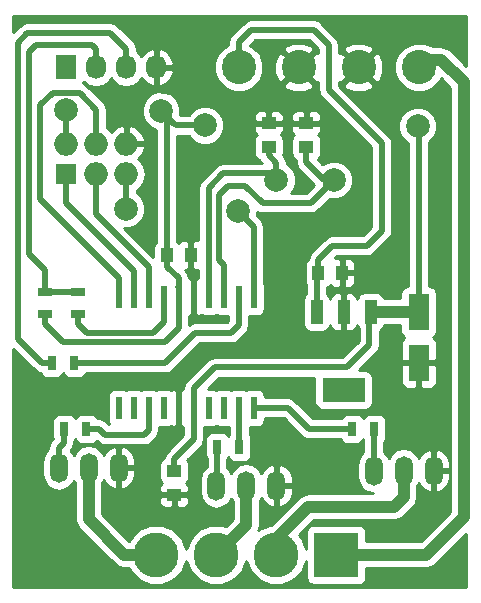
<source format=gbr>
G04 #@! TF.FileFunction,Copper,L2,Bot,Signal*
%FSLAX46Y46*%
G04 Gerber Fmt 4.6, Leading zero omitted, Abs format (unit mm)*
G04 Created by KiCad (PCBNEW 4.0.2-stable) date 08.05.2016 16:41:32*
%MOMM*%
G01*
G04 APERTURE LIST*
%ADD10C,0.100000*%
%ADD11R,1.250000X1.000000*%
%ADD12O,1.501140X2.499360*%
%ADD13R,0.700000X1.300000*%
%ADD14C,2.000000*%
%ADD15C,3.810000*%
%ADD16R,3.810000X3.810000*%
%ADD17R,3.657600X2.032000*%
%ADD18R,1.016000X2.032000*%
%ADD19R,0.600000X1.950000*%
%ADD20R,1.000000X1.250000*%
%ADD21R,1.727200X1.727200*%
%ADD22O,2.000000X2.000000*%
%ADD23R,1.727200X2.032000*%
%ADD24O,1.727200X2.032000*%
%ADD25R,1.300000X0.700000*%
%ADD26C,2.900000*%
%ADD27R,1.800860X3.149600*%
%ADD28C,0.300000*%
%ADD29C,0.500000*%
%ADD30C,0.250000*%
%ADD31C,1.000000*%
%ADD32C,0.254000*%
G04 APERTURE END LIST*
D10*
D11*
X129794000Y-102124000D03*
X129794000Y-104124000D03*
D12*
X135890000Y-103378000D03*
X133350000Y-103378000D03*
X138430000Y-103378000D03*
D13*
X119446000Y-92964000D03*
X121346000Y-92964000D03*
D14*
X143311880Y-77470000D03*
X138430000Y-77470000D03*
D12*
X122555000Y-101854000D03*
X120015000Y-101854000D03*
X125095000Y-101854000D03*
D15*
X138430000Y-109220000D03*
X133350000Y-109220000D03*
D16*
X143510000Y-109220000D03*
D15*
X128270000Y-109220000D03*
D17*
X144145000Y-95250000D03*
D18*
X144145000Y-88646000D03*
X146431000Y-88646000D03*
X141859000Y-88646000D03*
D19*
X125095000Y-87375000D03*
X126365000Y-87375000D03*
X127635000Y-87375000D03*
X128905000Y-87375000D03*
X130175000Y-87375000D03*
X131445000Y-87375000D03*
X132715000Y-87375000D03*
X133985000Y-87375000D03*
X135255000Y-87375000D03*
X136525000Y-87375000D03*
X136525000Y-96775000D03*
X135255000Y-96775000D03*
X133985000Y-96775000D03*
X132715000Y-96775000D03*
X131445000Y-96775000D03*
X130175000Y-96775000D03*
X128905000Y-96775000D03*
X127635000Y-96775000D03*
X126365000Y-96775000D03*
X125095000Y-96775000D03*
D12*
X149225000Y-102108000D03*
X146685000Y-102108000D03*
X151765000Y-102108000D03*
D20*
X142002000Y-85344000D03*
X144002000Y-85344000D03*
X129175000Y-83820000D03*
X131175000Y-83820000D03*
D11*
X137795000Y-72660000D03*
X137795000Y-74660000D03*
X140970000Y-72660000D03*
X140970000Y-74660000D03*
D21*
X120650000Y-76962000D03*
D22*
X120650000Y-74422000D03*
X123190000Y-76962000D03*
X123190000Y-74422000D03*
X125730000Y-76962000D03*
X125730000Y-74422000D03*
D23*
X120650000Y-67945000D03*
D24*
X123190000Y-67945000D03*
X125730000Y-67945000D03*
X128270000Y-67945000D03*
D13*
X146746000Y-98552000D03*
X144846000Y-98552000D03*
X133416000Y-100076000D03*
X135316000Y-100076000D03*
X120462000Y-98552000D03*
X122362000Y-98552000D03*
D25*
X121666000Y-86934000D03*
X121666000Y-88834000D03*
X118872000Y-86934000D03*
X118872000Y-88834000D03*
D26*
X135255000Y-67945000D03*
X140335000Y-67945000D03*
X145415000Y-67945000D03*
X150495000Y-67945000D03*
D27*
X150495000Y-92930980D03*
X150495000Y-88679020D03*
D14*
X118618000Y-104902000D03*
X124968000Y-104902000D03*
X142240000Y-81534000D03*
X142240000Y-102362000D03*
X128684266Y-71621193D03*
X120650000Y-71561032D03*
X132395033Y-72861857D03*
X150406586Y-72939555D03*
X125706117Y-79910067D03*
X135191369Y-80112636D03*
D28*
X125095000Y-101854000D02*
X125095000Y-104775000D01*
X125095000Y-104775000D02*
X124968000Y-104902000D01*
X138430000Y-103378000D02*
X141224000Y-103378000D01*
X141224000Y-103378000D02*
X142240000Y-102362000D01*
D29*
X138430000Y-77470000D02*
X138430000Y-76018497D01*
X138430000Y-76018497D02*
X137795000Y-75383497D01*
X137795000Y-75383497D02*
X137795000Y-74660000D01*
X132715000Y-87375000D02*
X132715000Y-78148677D01*
X132715000Y-78148677D02*
X133946417Y-76917260D01*
X133946417Y-76917260D02*
X137877260Y-76917260D01*
X137877260Y-76917260D02*
X138430000Y-77470000D01*
X140970000Y-74660000D02*
X140970000Y-75995542D01*
X140970000Y-75995542D02*
X142444458Y-77470000D01*
X142444458Y-77470000D02*
X143311880Y-77470000D01*
X143311880Y-77470000D02*
X141353968Y-79427912D01*
X134350123Y-77957161D02*
X133596123Y-78711161D01*
X141353968Y-79427912D02*
X137288449Y-79427912D01*
X137288449Y-79427912D02*
X135817698Y-77957161D01*
X133985000Y-84671215D02*
X133985000Y-87375000D01*
X135817698Y-77957161D02*
X134350123Y-77957161D01*
X133596123Y-78711161D02*
X133596123Y-84282338D01*
X133596123Y-84282338D02*
X133985000Y-84671215D01*
X128270000Y-90170000D02*
X128905000Y-89535000D01*
X122406000Y-90424000D02*
X128016000Y-90424000D01*
X128016000Y-90424000D02*
X128270000Y-90170000D01*
X121666000Y-88834000D02*
X121666000Y-89684000D01*
X121666000Y-89684000D02*
X122406000Y-90424000D01*
X128905000Y-87375000D02*
X128905000Y-89535000D01*
D30*
X128905000Y-87375000D02*
X128905000Y-88050000D01*
X128905000Y-87375000D02*
X128730914Y-87200914D01*
D29*
X134620000Y-90424000D02*
X135255000Y-89789000D01*
X135255000Y-89789000D02*
X135255000Y-89001841D01*
X131572000Y-90424000D02*
X134620000Y-90424000D01*
X129032000Y-92964000D02*
X131572000Y-90424000D01*
X121346000Y-92964000D02*
X129032000Y-92964000D01*
X135255000Y-89001841D02*
X135255000Y-87375000D01*
D30*
X135255000Y-87375000D02*
X135255000Y-88050000D01*
D29*
X123952000Y-99060000D02*
X123444000Y-98552000D01*
X123444000Y-98552000D02*
X122362000Y-98552000D01*
X127254000Y-99060000D02*
X123952000Y-99060000D01*
X127635000Y-98679000D02*
X127254000Y-99060000D01*
X127635000Y-96775000D02*
X127635000Y-98679000D01*
X118872000Y-86934000D02*
X121666000Y-86934000D01*
X123190000Y-67945000D02*
X123190000Y-66429000D01*
X123190000Y-66429000D02*
X122801000Y-66040000D01*
X117507024Y-66642976D02*
X117507024Y-83725024D01*
X122801000Y-66040000D02*
X118110000Y-66040000D01*
X118110000Y-66040000D02*
X117507024Y-66642976D01*
X118872000Y-85090000D02*
X118872000Y-86934000D01*
X117507024Y-83725024D02*
X118872000Y-85090000D01*
X123190000Y-67945000D02*
X123190000Y-67792600D01*
X123510000Y-67625000D02*
X123190000Y-67945000D01*
X122875000Y-68260000D02*
X123190000Y-67945000D01*
X119446000Y-92964000D02*
X118596000Y-92964000D01*
X118596000Y-92964000D02*
X116532649Y-90900649D01*
X116532649Y-90900649D02*
X116532649Y-65839351D01*
X124390540Y-65024000D02*
X125730000Y-66363460D01*
X116532649Y-65839351D02*
X117348000Y-65024000D01*
X117348000Y-65024000D02*
X124390540Y-65024000D01*
X125730000Y-66363460D02*
X125730000Y-67945000D01*
X125730000Y-67945000D02*
X125730000Y-68097400D01*
D28*
X125730000Y-67792600D02*
X125730000Y-67945000D01*
D31*
X149225000Y-102108000D02*
X149225000Y-104357680D01*
X149225000Y-104357680D02*
X148426680Y-105156000D01*
X148426680Y-105156000D02*
X141122975Y-105156000D01*
X141122975Y-105156000D02*
X138430000Y-107848975D01*
X138430000Y-107848975D02*
X138430000Y-109220000D01*
X135890000Y-103505000D02*
X135890000Y-106680000D01*
X135890000Y-106680000D02*
X133350000Y-109220000D01*
X128270000Y-109220000D02*
X125575924Y-109220000D01*
X125575924Y-109220000D02*
X122555000Y-106199076D01*
X122555000Y-106199076D02*
X122555000Y-101854000D01*
D29*
X147378148Y-74353148D02*
X147378148Y-81788000D01*
X143163000Y-83058000D02*
X146108148Y-83058000D01*
X146108148Y-83058000D02*
X147378148Y-81788000D01*
X142002000Y-85344000D02*
X142002000Y-84219000D01*
X142002000Y-84219000D02*
X143163000Y-83058000D01*
X141859000Y-88646000D02*
X141859000Y-85487000D01*
X141859000Y-85487000D02*
X142002000Y-85344000D01*
X135255000Y-67945000D02*
X135255000Y-65817509D01*
X135255000Y-65817509D02*
X136302509Y-64770000D01*
X136302509Y-64770000D02*
X141605000Y-64770000D01*
X141605000Y-64770000D02*
X142875000Y-66040000D01*
X142875000Y-66040000D02*
X142875000Y-69850000D01*
X142875000Y-69850000D02*
X147378148Y-74353148D01*
X129175000Y-83820000D02*
X129175000Y-72111927D01*
X129175000Y-72111927D02*
X128684266Y-71621193D01*
X129684265Y-72621192D02*
X128684266Y-71621193D01*
X129924930Y-72861857D02*
X129684265Y-72621192D01*
X132395033Y-72861857D02*
X129924930Y-72861857D01*
X146304000Y-89281000D02*
X146304000Y-91440000D01*
X146304000Y-91440000D02*
X144408539Y-93335461D01*
X133229112Y-93335461D02*
X131445000Y-95119573D01*
X144408539Y-93335461D02*
X133229112Y-93335461D01*
X131445000Y-95119573D02*
X131445000Y-96775000D01*
X129286000Y-90932000D02*
X130175000Y-90043000D01*
X120374000Y-91186000D02*
X129032000Y-91186000D01*
X129032000Y-91186000D02*
X129286000Y-90932000D01*
X118872000Y-88834000D02*
X118872000Y-89684000D01*
X118872000Y-89684000D02*
X120374000Y-91186000D01*
X130174086Y-85806164D02*
X129175000Y-84807078D01*
X130174086Y-86446914D02*
X130174086Y-85806164D01*
X129175000Y-84807078D02*
X129175000Y-83820000D01*
X131445000Y-99441000D02*
X129794000Y-101092000D01*
X129794000Y-101092000D02*
X129794000Y-102124000D01*
X131445000Y-96775000D02*
X131445000Y-99441000D01*
X130175000Y-90043000D02*
X130175000Y-87375000D01*
X120650000Y-74422000D02*
X120650000Y-71561032D01*
D28*
X130175000Y-87375000D02*
X130175000Y-86700000D01*
X130175000Y-86700000D02*
X130048000Y-86573000D01*
X150495000Y-73027969D02*
X150406586Y-72939555D01*
D29*
X150495000Y-88679020D02*
X150495000Y-73027969D01*
D28*
X146431000Y-89154000D02*
X146304000Y-89281000D01*
D30*
X146431000Y-88646000D02*
X146431000Y-89154000D01*
D31*
X146431000Y-88646000D02*
X150461980Y-88646000D01*
X150461980Y-88646000D02*
X150495000Y-88679020D01*
D29*
X125095000Y-87375000D02*
X125095000Y-85743887D01*
X121787016Y-70111012D02*
X123190000Y-71513996D01*
X125095000Y-85743887D02*
X118452742Y-79101629D01*
X118452742Y-79101629D02*
X118452742Y-71171254D01*
X118452742Y-71171254D02*
X119512984Y-70111012D01*
X119512984Y-70111012D02*
X121787016Y-70111012D01*
X123190000Y-71513996D02*
X123190000Y-73007787D01*
X123190000Y-73007787D02*
X123190000Y-74422000D01*
D30*
X125095000Y-87375000D02*
X125114780Y-87355220D01*
D29*
X126365000Y-87375000D02*
X126365000Y-85178015D01*
X126365000Y-85178015D02*
X120650000Y-79463015D01*
X120650000Y-79463015D02*
X120650000Y-78325600D01*
X120650000Y-78325600D02*
X120650000Y-76962000D01*
D28*
X120650000Y-77470000D02*
X120637896Y-77482104D01*
X120637896Y-77482104D02*
X120612241Y-77482104D01*
X120612241Y-77482104D02*
X120647143Y-77517006D01*
D29*
X123170283Y-77489717D02*
X123170283Y-80387265D01*
X127635000Y-84851982D02*
X127635000Y-87375000D01*
X123170283Y-80387265D02*
X127635000Y-84851982D01*
D28*
X123190000Y-77470000D02*
X123170283Y-77489717D01*
D29*
X125730000Y-79886184D02*
X125706117Y-79910067D01*
X125730000Y-76962000D02*
X125730000Y-79886184D01*
X136525000Y-87375000D02*
X136525000Y-81446267D01*
X136191368Y-81112635D02*
X135191369Y-80112636D01*
X136525000Y-81446267D02*
X136191368Y-81112635D01*
D31*
X150495000Y-67310000D02*
X152400000Y-67310000D01*
X152400000Y-67310000D02*
X154305000Y-69215000D01*
X154305000Y-69215000D02*
X154305000Y-106045000D01*
X154305000Y-106045000D02*
X151130000Y-109220000D01*
X151130000Y-109220000D02*
X143510000Y-109220000D01*
D29*
X136525000Y-96775000D02*
X139413968Y-96775000D01*
X139413968Y-96775000D02*
X141190968Y-98552000D01*
X141190968Y-98552000D02*
X144272000Y-98552000D01*
X144846000Y-98552000D02*
X144272000Y-98552000D01*
X144272000Y-98552000D02*
X141986000Y-98552000D01*
D30*
X136590000Y-96840000D02*
X136525000Y-96775000D01*
D29*
X135316000Y-100076000D02*
X135316000Y-96836000D01*
D28*
X135316000Y-96836000D02*
X135255000Y-96775000D01*
D29*
X133416000Y-100076000D02*
X133416000Y-103312000D01*
D28*
X133416000Y-103312000D02*
X133350000Y-103378000D01*
D29*
X146685000Y-102108000D02*
X146685000Y-98613000D01*
X146685000Y-98613000D02*
X146746000Y-98552000D01*
X120015000Y-101854000D02*
X120015000Y-100147305D01*
X120015000Y-100147305D02*
X120427178Y-99735127D01*
X120427178Y-99735127D02*
X120427178Y-98586822D01*
X120427178Y-98586822D02*
X120462000Y-98552000D01*
D32*
G36*
X154490420Y-67795288D02*
X153202566Y-66507434D01*
X153085181Y-66429000D01*
X152834346Y-66261397D01*
X152400000Y-66175000D01*
X151669284Y-66175000D01*
X150911552Y-65860362D01*
X150082087Y-65859638D01*
X149315485Y-66176392D01*
X148728453Y-66762400D01*
X148410362Y-67528448D01*
X148409638Y-68357913D01*
X148726392Y-69124515D01*
X149312400Y-69711547D01*
X150078448Y-70029638D01*
X150907913Y-70030362D01*
X151674515Y-69713608D01*
X152261547Y-69127600D01*
X152364509Y-68879641D01*
X153170000Y-69685132D01*
X153170000Y-105574868D01*
X150659868Y-108085000D01*
X146062440Y-108085000D01*
X146062440Y-107315000D01*
X146018162Y-107079683D01*
X145879090Y-106863559D01*
X145666890Y-106718569D01*
X145415000Y-106667560D01*
X141605000Y-106667560D01*
X141369683Y-106711838D01*
X141153559Y-106850910D01*
X141008569Y-107063110D01*
X140957560Y-107315000D01*
X140957560Y-108685807D01*
X140584563Y-107783085D01*
X140343003Y-107541104D01*
X141593107Y-106291000D01*
X148426680Y-106291000D01*
X148861026Y-106204603D01*
X149229246Y-105958566D01*
X150027566Y-105160246D01*
X150091825Y-105064076D01*
X150273603Y-104792026D01*
X150360000Y-104357680D01*
X150360000Y-103391425D01*
X150505100Y-103174268D01*
X150506950Y-103164968D01*
X150533501Y-103254677D01*
X150875056Y-103676658D01*
X151352097Y-103935810D01*
X151423725Y-103949993D01*
X151638000Y-103827339D01*
X151638000Y-102235000D01*
X151892000Y-102235000D01*
X151892000Y-103827339D01*
X152106275Y-103949993D01*
X152177903Y-103935810D01*
X152654944Y-103676658D01*
X152996499Y-103254677D01*
X153150570Y-102734110D01*
X153150570Y-102235000D01*
X151892000Y-102235000D01*
X151638000Y-102235000D01*
X151618000Y-102235000D01*
X151618000Y-101981000D01*
X151638000Y-101981000D01*
X151638000Y-100388661D01*
X151892000Y-100388661D01*
X151892000Y-101981000D01*
X153150570Y-101981000D01*
X153150570Y-101481890D01*
X152996499Y-100961323D01*
X152654944Y-100539342D01*
X152177903Y-100280190D01*
X152106275Y-100266007D01*
X151892000Y-100388661D01*
X151638000Y-100388661D01*
X151423725Y-100266007D01*
X151352097Y-100280190D01*
X150875056Y-100539342D01*
X150533501Y-100961323D01*
X150506950Y-101051032D01*
X150505100Y-101041732D01*
X150204746Y-100592221D01*
X149755235Y-100291867D01*
X149225000Y-100186397D01*
X148694765Y-100291867D01*
X148245254Y-100592221D01*
X147955000Y-101026616D01*
X147664746Y-100592221D01*
X147570000Y-100528914D01*
X147570000Y-99633074D01*
X147692431Y-99453890D01*
X147743440Y-99202000D01*
X147743440Y-97902000D01*
X147699162Y-97666683D01*
X147560090Y-97450559D01*
X147347890Y-97305569D01*
X147096000Y-97254560D01*
X146396000Y-97254560D01*
X146160683Y-97298838D01*
X145944559Y-97437910D01*
X145799569Y-97650110D01*
X145796919Y-97663197D01*
X145660090Y-97450559D01*
X145447890Y-97305569D01*
X145196000Y-97254560D01*
X144496000Y-97254560D01*
X144260683Y-97298838D01*
X144044559Y-97437910D01*
X143899569Y-97650110D01*
X143896149Y-97667000D01*
X141557547Y-97667000D01*
X140039758Y-96149210D01*
X139752643Y-95957367D01*
X139696452Y-95946190D01*
X139413968Y-95889999D01*
X139413963Y-95890000D01*
X137472440Y-95890000D01*
X137472440Y-95800000D01*
X137428162Y-95564683D01*
X137289090Y-95348559D01*
X137076890Y-95203569D01*
X136825000Y-95152560D01*
X136225000Y-95152560D01*
X135989683Y-95196838D01*
X135890472Y-95260678D01*
X135806890Y-95203569D01*
X135555000Y-95152560D01*
X134955000Y-95152560D01*
X134719683Y-95196838D01*
X134620472Y-95260678D01*
X134536890Y-95203569D01*
X134285000Y-95152560D01*
X133685000Y-95152560D01*
X133449683Y-95196838D01*
X133350472Y-95260678D01*
X133266890Y-95203569D01*
X133015000Y-95152560D01*
X132663593Y-95152560D01*
X133595691Y-94220461D01*
X141671502Y-94220461D01*
X141668760Y-94234000D01*
X141668760Y-96266000D01*
X141713038Y-96501317D01*
X141852110Y-96717441D01*
X142064310Y-96862431D01*
X142316200Y-96913440D01*
X145973800Y-96913440D01*
X146209117Y-96869162D01*
X146425241Y-96730090D01*
X146570231Y-96517890D01*
X146621240Y-96266000D01*
X146621240Y-94234000D01*
X146576962Y-93998683D01*
X146437890Y-93782559D01*
X146225690Y-93637569D01*
X145973800Y-93586560D01*
X145409020Y-93586560D01*
X145778849Y-93216730D01*
X148959570Y-93216730D01*
X148959570Y-94632089D01*
X149056243Y-94865478D01*
X149234871Y-95044107D01*
X149468260Y-95140780D01*
X150209250Y-95140780D01*
X150368000Y-94982030D01*
X150368000Y-93057980D01*
X150622000Y-93057980D01*
X150622000Y-94982030D01*
X150780750Y-95140780D01*
X151521740Y-95140780D01*
X151755129Y-95044107D01*
X151933757Y-94865478D01*
X152030430Y-94632089D01*
X152030430Y-93216730D01*
X151871680Y-93057980D01*
X150622000Y-93057980D01*
X150368000Y-93057980D01*
X149118320Y-93057980D01*
X148959570Y-93216730D01*
X145778849Y-93216730D01*
X146929787Y-92065792D01*
X146929790Y-92065790D01*
X147121633Y-91778675D01*
X147143934Y-91666560D01*
X147189001Y-91440000D01*
X147189000Y-91439995D01*
X147189000Y-90255714D01*
X147390441Y-90126090D01*
X147535431Y-89913890D01*
X147562342Y-89781000D01*
X148947130Y-89781000D01*
X148947130Y-90253820D01*
X148991408Y-90489137D01*
X149130480Y-90705261D01*
X149272470Y-90802279D01*
X149234871Y-90817853D01*
X149056243Y-90996482D01*
X148959570Y-91229871D01*
X148959570Y-92645230D01*
X149118320Y-92803980D01*
X150368000Y-92803980D01*
X150368000Y-92783980D01*
X150622000Y-92783980D01*
X150622000Y-92803980D01*
X151871680Y-92803980D01*
X152030430Y-92645230D01*
X152030430Y-91229871D01*
X151933757Y-90996482D01*
X151755129Y-90817853D01*
X151716452Y-90801832D01*
X151846871Y-90717910D01*
X151991861Y-90505710D01*
X152042870Y-90253820D01*
X152042870Y-87104220D01*
X151998592Y-86868903D01*
X151859520Y-86652779D01*
X151647320Y-86507789D01*
X151395430Y-86456780D01*
X151380000Y-86456780D01*
X151380000Y-74278063D01*
X151791864Y-73866918D01*
X152041302Y-73266203D01*
X152041870Y-72615760D01*
X151793480Y-72014612D01*
X151333949Y-71554277D01*
X150733234Y-71304839D01*
X150082791Y-71304271D01*
X149481643Y-71552661D01*
X149021308Y-72012192D01*
X148771870Y-72612907D01*
X148771302Y-73263350D01*
X149019692Y-73864498D01*
X149479223Y-74324833D01*
X149610000Y-74379136D01*
X149610000Y-86456780D01*
X149594570Y-86456780D01*
X149359253Y-86501058D01*
X149143129Y-86640130D01*
X148998139Y-86852330D01*
X148947130Y-87104220D01*
X148947130Y-87511000D01*
X147564049Y-87511000D01*
X147542162Y-87394683D01*
X147403090Y-87178559D01*
X147190890Y-87033569D01*
X146939000Y-86982560D01*
X145923000Y-86982560D01*
X145687683Y-87026838D01*
X145471559Y-87165910D01*
X145326569Y-87378110D01*
X145288000Y-87568569D01*
X145288000Y-87503690D01*
X145191327Y-87270301D01*
X145012698Y-87091673D01*
X144779309Y-86995000D01*
X144430750Y-86995000D01*
X144272000Y-87153750D01*
X144272000Y-88519000D01*
X144292000Y-88519000D01*
X144292000Y-88773000D01*
X144272000Y-88773000D01*
X144272000Y-90138250D01*
X144430750Y-90297000D01*
X144779309Y-90297000D01*
X145012698Y-90200327D01*
X145191327Y-90021699D01*
X145288000Y-89788310D01*
X145288000Y-89728113D01*
X145319838Y-89897317D01*
X145419000Y-90051419D01*
X145419000Y-91073421D01*
X144041959Y-92450461D01*
X133229112Y-92450461D01*
X132890437Y-92517828D01*
X132603322Y-92709671D01*
X132603320Y-92709674D01*
X130819210Y-94493783D01*
X130627367Y-94780898D01*
X130627367Y-94780899D01*
X130559999Y-95119573D01*
X130560000Y-95119578D01*
X130560000Y-95165000D01*
X130460750Y-95165000D01*
X130302000Y-95323750D01*
X130302000Y-96648000D01*
X130322000Y-96648000D01*
X130322000Y-96902000D01*
X130302000Y-96902000D01*
X130302000Y-98226250D01*
X130460750Y-98385000D01*
X130560000Y-98385000D01*
X130560000Y-99074421D01*
X129168210Y-100466210D01*
X128976367Y-100753325D01*
X128969523Y-100787732D01*
X128921609Y-101028608D01*
X128717559Y-101159910D01*
X128572569Y-101372110D01*
X128521560Y-101624000D01*
X128521560Y-102624000D01*
X128565838Y-102859317D01*
X128704910Y-103075441D01*
X128773006Y-103121969D01*
X128630673Y-103264302D01*
X128534000Y-103497691D01*
X128534000Y-103838250D01*
X128692750Y-103997000D01*
X129667000Y-103997000D01*
X129667000Y-103977000D01*
X129921000Y-103977000D01*
X129921000Y-103997000D01*
X130895250Y-103997000D01*
X131054000Y-103838250D01*
X131054000Y-103497691D01*
X130957327Y-103264302D01*
X130816090Y-103123064D01*
X130870441Y-103088090D01*
X131015431Y-102875890D01*
X131066440Y-102624000D01*
X131066440Y-101624000D01*
X131022162Y-101388683D01*
X130915169Y-101222411D01*
X132070787Y-100066792D01*
X132070790Y-100066790D01*
X132216018Y-99849440D01*
X132262634Y-99779674D01*
X132330001Y-99441000D01*
X132330000Y-99440995D01*
X132330000Y-98380227D01*
X132415000Y-98397440D01*
X133015000Y-98397440D01*
X133250317Y-98353162D01*
X133349528Y-98289322D01*
X133433110Y-98346431D01*
X133685000Y-98397440D01*
X134285000Y-98397440D01*
X134431000Y-98369968D01*
X134431000Y-99084203D01*
X134369569Y-99174110D01*
X134366919Y-99187197D01*
X134230090Y-98974559D01*
X134017890Y-98829569D01*
X133766000Y-98778560D01*
X133066000Y-98778560D01*
X132830683Y-98822838D01*
X132614559Y-98961910D01*
X132469569Y-99174110D01*
X132418560Y-99426000D01*
X132418560Y-100726000D01*
X132462838Y-100961317D01*
X132531000Y-101067244D01*
X132531000Y-101754814D01*
X132370254Y-101862221D01*
X132069900Y-102311732D01*
X131964430Y-102841967D01*
X131964430Y-103914033D01*
X132069900Y-104444268D01*
X132370254Y-104893779D01*
X132819765Y-105194133D01*
X133350000Y-105299603D01*
X133880235Y-105194133D01*
X134329746Y-104893779D01*
X134620000Y-104459384D01*
X134755000Y-104661425D01*
X134755000Y-106209867D01*
X134159151Y-106805717D01*
X133857454Y-106680441D01*
X132846979Y-106679560D01*
X131913085Y-107065437D01*
X131197948Y-107779327D01*
X130810441Y-108712546D01*
X130810437Y-108716972D01*
X130424563Y-107783085D01*
X129710673Y-107067948D01*
X128777454Y-106680441D01*
X127766979Y-106679560D01*
X126833085Y-107065437D01*
X126117948Y-107779327D01*
X126007169Y-108046113D01*
X123690000Y-105728944D01*
X123690000Y-104409750D01*
X128534000Y-104409750D01*
X128534000Y-104750309D01*
X128630673Y-104983698D01*
X128809301Y-105162327D01*
X129042690Y-105259000D01*
X129508250Y-105259000D01*
X129667000Y-105100250D01*
X129667000Y-104251000D01*
X129921000Y-104251000D01*
X129921000Y-105100250D01*
X130079750Y-105259000D01*
X130545310Y-105259000D01*
X130778699Y-105162327D01*
X130957327Y-104983698D01*
X131054000Y-104750309D01*
X131054000Y-104409750D01*
X130895250Y-104251000D01*
X129921000Y-104251000D01*
X129667000Y-104251000D01*
X128692750Y-104251000D01*
X128534000Y-104409750D01*
X123690000Y-104409750D01*
X123690000Y-103137425D01*
X123835100Y-102920268D01*
X123836950Y-102910968D01*
X123863501Y-103000677D01*
X124205056Y-103422658D01*
X124682097Y-103681810D01*
X124753725Y-103695993D01*
X124968000Y-103573339D01*
X124968000Y-101981000D01*
X125222000Y-101981000D01*
X125222000Y-103573339D01*
X125436275Y-103695993D01*
X125507903Y-103681810D01*
X125984944Y-103422658D01*
X126326499Y-103000677D01*
X126480570Y-102480110D01*
X126480570Y-101981000D01*
X125222000Y-101981000D01*
X124968000Y-101981000D01*
X124948000Y-101981000D01*
X124948000Y-101727000D01*
X124968000Y-101727000D01*
X124968000Y-100134661D01*
X125222000Y-100134661D01*
X125222000Y-101727000D01*
X126480570Y-101727000D01*
X126480570Y-101227890D01*
X126326499Y-100707323D01*
X125984944Y-100285342D01*
X125507903Y-100026190D01*
X125436275Y-100012007D01*
X125222000Y-100134661D01*
X124968000Y-100134661D01*
X124753725Y-100012007D01*
X124682097Y-100026190D01*
X124205056Y-100285342D01*
X123863501Y-100707323D01*
X123836950Y-100797032D01*
X123835100Y-100787732D01*
X123534746Y-100338221D01*
X123085235Y-100037867D01*
X122555000Y-99932397D01*
X122024765Y-100037867D01*
X121575254Y-100338221D01*
X121285000Y-100772616D01*
X121027157Y-100386727D01*
X121052965Y-100360919D01*
X121052968Y-100360917D01*
X121244811Y-100073802D01*
X121257103Y-100012007D01*
X121312179Y-99735127D01*
X121312178Y-99735122D01*
X121312178Y-99594761D01*
X121408431Y-99453890D01*
X121411081Y-99440803D01*
X121547910Y-99653441D01*
X121760110Y-99798431D01*
X122012000Y-99849440D01*
X122712000Y-99849440D01*
X122947317Y-99805162D01*
X123163441Y-99666090D01*
X123221516Y-99581095D01*
X123326208Y-99685787D01*
X123326210Y-99685790D01*
X123510056Y-99808631D01*
X123613325Y-99877633D01*
X123952000Y-99945000D01*
X127253995Y-99945000D01*
X127254000Y-99945001D01*
X127536484Y-99888810D01*
X127592675Y-99877633D01*
X127879790Y-99685790D01*
X127879791Y-99685789D01*
X128260787Y-99304792D01*
X128260790Y-99304790D01*
X128452633Y-99017675D01*
X128520000Y-98679000D01*
X128520000Y-98380227D01*
X128605000Y-98397440D01*
X129205000Y-98397440D01*
X129440317Y-98353162D01*
X129530980Y-98294822D01*
X129748690Y-98385000D01*
X129889250Y-98385000D01*
X130048000Y-98226250D01*
X130048000Y-96902000D01*
X130028000Y-96902000D01*
X130028000Y-96648000D01*
X130048000Y-96648000D01*
X130048000Y-95323750D01*
X129889250Y-95165000D01*
X129748690Y-95165000D01*
X129531878Y-95254806D01*
X129456890Y-95203569D01*
X129205000Y-95152560D01*
X128605000Y-95152560D01*
X128369683Y-95196838D01*
X128270472Y-95260678D01*
X128186890Y-95203569D01*
X127935000Y-95152560D01*
X127335000Y-95152560D01*
X127099683Y-95196838D01*
X127000472Y-95260678D01*
X126916890Y-95203569D01*
X126665000Y-95152560D01*
X126065000Y-95152560D01*
X125829683Y-95196838D01*
X125730472Y-95260678D01*
X125646890Y-95203569D01*
X125395000Y-95152560D01*
X124795000Y-95152560D01*
X124559683Y-95196838D01*
X124343559Y-95335910D01*
X124198569Y-95548110D01*
X124147560Y-95800000D01*
X124147560Y-97750000D01*
X124191838Y-97985317D01*
X124305442Y-98161862D01*
X124069790Y-97926210D01*
X123873968Y-97795367D01*
X123782675Y-97734367D01*
X123726484Y-97723190D01*
X123444000Y-97666999D01*
X123443995Y-97667000D01*
X123315222Y-97667000D01*
X123315162Y-97666683D01*
X123176090Y-97450559D01*
X122963890Y-97305569D01*
X122712000Y-97254560D01*
X122012000Y-97254560D01*
X121776683Y-97298838D01*
X121560559Y-97437910D01*
X121415569Y-97650110D01*
X121412919Y-97663197D01*
X121276090Y-97450559D01*
X121063890Y-97305569D01*
X120812000Y-97254560D01*
X120112000Y-97254560D01*
X119876683Y-97298838D01*
X119660559Y-97437910D01*
X119515569Y-97650110D01*
X119464560Y-97902000D01*
X119464560Y-99202000D01*
X119503227Y-99407498D01*
X119389210Y-99521515D01*
X119197367Y-99808630D01*
X119197367Y-99808631D01*
X119129999Y-100147305D01*
X119130000Y-100147310D01*
X119130000Y-100274914D01*
X119035254Y-100338221D01*
X118734900Y-100787732D01*
X118629430Y-101317967D01*
X118629430Y-102390033D01*
X118734900Y-102920268D01*
X119035254Y-103369779D01*
X119484765Y-103670133D01*
X120015000Y-103775603D01*
X120545235Y-103670133D01*
X120994746Y-103369779D01*
X121285000Y-102935384D01*
X121420000Y-103137425D01*
X121420000Y-106199076D01*
X121506397Y-106633422D01*
X121617950Y-106800372D01*
X121752434Y-107001642D01*
X124773358Y-110022566D01*
X125141579Y-110268604D01*
X125575924Y-110355000D01*
X125990688Y-110355000D01*
X126115437Y-110656915D01*
X126829327Y-111372052D01*
X127762546Y-111759559D01*
X128773021Y-111760440D01*
X129706915Y-111374563D01*
X130422052Y-110660673D01*
X130809559Y-109727454D01*
X130809563Y-109723028D01*
X131195437Y-110656915D01*
X131909327Y-111372052D01*
X132842546Y-111759559D01*
X133853021Y-111760440D01*
X134786915Y-111374563D01*
X135502052Y-110660673D01*
X135889559Y-109727454D01*
X135889563Y-109723028D01*
X136275437Y-110656915D01*
X136989327Y-111372052D01*
X137922546Y-111759559D01*
X138933021Y-111760440D01*
X139866915Y-111374563D01*
X140582052Y-110660673D01*
X140957560Y-109756351D01*
X140957560Y-111125000D01*
X141001838Y-111360317D01*
X141140910Y-111576441D01*
X141353110Y-111721431D01*
X141605000Y-111772440D01*
X145415000Y-111772440D01*
X145650317Y-111728162D01*
X145866441Y-111589090D01*
X146011431Y-111376890D01*
X146062440Y-111125000D01*
X146062440Y-110355000D01*
X151130000Y-110355000D01*
X151564346Y-110268603D01*
X151932566Y-110022566D01*
X154490420Y-107464712D01*
X154490420Y-111950500D01*
X116141500Y-111950500D01*
X116141500Y-91761080D01*
X117970208Y-93589787D01*
X117970210Y-93589790D01*
X118257325Y-93781633D01*
X118313516Y-93792810D01*
X118488765Y-93827670D01*
X118492838Y-93849317D01*
X118631910Y-94065441D01*
X118844110Y-94210431D01*
X119096000Y-94261440D01*
X119796000Y-94261440D01*
X120031317Y-94217162D01*
X120247441Y-94078090D01*
X120392431Y-93865890D01*
X120395081Y-93852803D01*
X120531910Y-94065441D01*
X120744110Y-94210431D01*
X120996000Y-94261440D01*
X121696000Y-94261440D01*
X121931317Y-94217162D01*
X122147441Y-94078090D01*
X122292431Y-93865890D01*
X122295851Y-93849000D01*
X129031995Y-93849000D01*
X129032000Y-93849001D01*
X129314484Y-93792810D01*
X129370675Y-93781633D01*
X129657790Y-93589790D01*
X131938579Y-91309000D01*
X134619995Y-91309000D01*
X134620000Y-91309001D01*
X134902484Y-91252810D01*
X134958675Y-91241633D01*
X135245790Y-91049790D01*
X135245791Y-91049789D01*
X135880787Y-90414792D01*
X135880790Y-90414790D01*
X136044353Y-90170000D01*
X136072634Y-90127674D01*
X136140001Y-89789000D01*
X136140000Y-89788995D01*
X136140000Y-88980227D01*
X136225000Y-88997440D01*
X136825000Y-88997440D01*
X137060317Y-88953162D01*
X137276441Y-88814090D01*
X137421431Y-88601890D01*
X137472440Y-88350000D01*
X137472440Y-86400000D01*
X137428162Y-86164683D01*
X137410000Y-86136458D01*
X137410000Y-81446272D01*
X137410001Y-81446267D01*
X137342633Y-81107593D01*
X137342633Y-81107592D01*
X137150790Y-80820477D01*
X137150787Y-80820475D01*
X136817158Y-80486845D01*
X136817155Y-80486843D01*
X136809511Y-80479199D01*
X136826085Y-80439284D01*
X136826326Y-80163060D01*
X136949774Y-80245545D01*
X137005965Y-80256722D01*
X137288449Y-80312913D01*
X137288454Y-80312912D01*
X141353963Y-80312912D01*
X141353968Y-80312913D01*
X141636452Y-80256722D01*
X141692643Y-80245545D01*
X141979758Y-80053702D01*
X141979759Y-80053701D01*
X142945317Y-79088142D01*
X142985232Y-79104716D01*
X143635675Y-79105284D01*
X144236823Y-78856894D01*
X144697158Y-78397363D01*
X144946596Y-77796648D01*
X144947164Y-77146205D01*
X144698774Y-76545057D01*
X144239243Y-76084722D01*
X143638528Y-75835284D01*
X142988085Y-75834716D01*
X142386937Y-76083106D01*
X142348006Y-76121969D01*
X141926991Y-75700954D01*
X142046441Y-75624090D01*
X142191431Y-75411890D01*
X142242440Y-75160000D01*
X142242440Y-74160000D01*
X142198162Y-73924683D01*
X142059090Y-73708559D01*
X141990994Y-73662031D01*
X142133327Y-73519698D01*
X142230000Y-73286309D01*
X142230000Y-72945750D01*
X142071250Y-72787000D01*
X141097000Y-72787000D01*
X141097000Y-72807000D01*
X140843000Y-72807000D01*
X140843000Y-72787000D01*
X139868750Y-72787000D01*
X139710000Y-72945750D01*
X139710000Y-73286309D01*
X139806673Y-73519698D01*
X139947910Y-73660936D01*
X139893559Y-73695910D01*
X139748569Y-73908110D01*
X139697560Y-74160000D01*
X139697560Y-75160000D01*
X139741838Y-75395317D01*
X139880910Y-75611441D01*
X140085000Y-75750890D01*
X140085000Y-75995537D01*
X140084999Y-75995542D01*
X140114603Y-76144367D01*
X140152367Y-76334217D01*
X140291628Y-76542637D01*
X140344210Y-76621332D01*
X141626590Y-77903711D01*
X140987388Y-78542912D01*
X139669474Y-78542912D01*
X139815278Y-78397363D01*
X140064716Y-77796648D01*
X140065284Y-77146205D01*
X139816894Y-76545057D01*
X139357363Y-76084722D01*
X139315000Y-76067131D01*
X139315000Y-76018502D01*
X139315001Y-76018497D01*
X139247634Y-75679823D01*
X139128796Y-75501969D01*
X139055790Y-75392707D01*
X139055787Y-75392705D01*
X139026289Y-75363207D01*
X139067440Y-75160000D01*
X139067440Y-74160000D01*
X139023162Y-73924683D01*
X138884090Y-73708559D01*
X138815994Y-73662031D01*
X138958327Y-73519698D01*
X139055000Y-73286309D01*
X139055000Y-72945750D01*
X138896250Y-72787000D01*
X137922000Y-72787000D01*
X137922000Y-72807000D01*
X137668000Y-72807000D01*
X137668000Y-72787000D01*
X136693750Y-72787000D01*
X136535000Y-72945750D01*
X136535000Y-73286309D01*
X136631673Y-73519698D01*
X136772910Y-73660936D01*
X136718559Y-73695910D01*
X136573569Y-73908110D01*
X136522560Y-74160000D01*
X136522560Y-75160000D01*
X136566838Y-75395317D01*
X136705910Y-75611441D01*
X136918110Y-75756431D01*
X137013113Y-75775670D01*
X137091361Y-75892777D01*
X137169210Y-76009287D01*
X137192183Y-76032260D01*
X133946422Y-76032260D01*
X133946417Y-76032259D01*
X133690798Y-76083106D01*
X133607742Y-76099627D01*
X133320627Y-76291470D01*
X133320625Y-76291473D01*
X132089210Y-77522887D01*
X131897367Y-77810002D01*
X131897367Y-77810003D01*
X131829999Y-78148677D01*
X131830000Y-78148682D01*
X131830000Y-82571884D01*
X131801309Y-82560000D01*
X131460750Y-82560000D01*
X131302000Y-82718750D01*
X131302000Y-83693000D01*
X131322000Y-83693000D01*
X131322000Y-83947000D01*
X131302000Y-83947000D01*
X131302000Y-84921250D01*
X131460750Y-85080000D01*
X131801309Y-85080000D01*
X131830000Y-85068116D01*
X131830000Y-85765000D01*
X131730750Y-85765000D01*
X131572000Y-85923750D01*
X131572000Y-87248000D01*
X131592000Y-87248000D01*
X131592000Y-87502000D01*
X131572000Y-87502000D01*
X131572000Y-88826250D01*
X131730750Y-88985000D01*
X131871310Y-88985000D01*
X132088122Y-88895194D01*
X132163110Y-88946431D01*
X132415000Y-88997440D01*
X133015000Y-88997440D01*
X133250317Y-88953162D01*
X133349528Y-88889322D01*
X133433110Y-88946431D01*
X133685000Y-88997440D01*
X134285000Y-88997440D01*
X134370000Y-88981446D01*
X134370000Y-89422421D01*
X134253420Y-89539000D01*
X131572000Y-89539000D01*
X131233325Y-89606367D01*
X131060000Y-89722178D01*
X131060000Y-88985000D01*
X131159250Y-88985000D01*
X131318000Y-88826250D01*
X131318000Y-87502000D01*
X131298000Y-87502000D01*
X131298000Y-87248000D01*
X131318000Y-87248000D01*
X131318000Y-85923750D01*
X131159250Y-85765000D01*
X131050899Y-85765000D01*
X131001506Y-85516690D01*
X130991719Y-85467489D01*
X130799876Y-85180374D01*
X130799873Y-85180372D01*
X130699501Y-85080000D01*
X130889250Y-85080000D01*
X131048000Y-84921250D01*
X131048000Y-83947000D01*
X131028000Y-83947000D01*
X131028000Y-83693000D01*
X131048000Y-83693000D01*
X131048000Y-82718750D01*
X130889250Y-82560000D01*
X130548691Y-82560000D01*
X130315302Y-82656673D01*
X130174064Y-82797910D01*
X130139090Y-82743559D01*
X130060000Y-82689519D01*
X130060000Y-73746857D01*
X130991635Y-73746857D01*
X131008139Y-73786800D01*
X131467670Y-74247135D01*
X132068385Y-74496573D01*
X132718828Y-74497141D01*
X133319976Y-74248751D01*
X133780311Y-73789220D01*
X134029749Y-73188505D01*
X134030317Y-72538062D01*
X133821915Y-72033691D01*
X136535000Y-72033691D01*
X136535000Y-72374250D01*
X136693750Y-72533000D01*
X137668000Y-72533000D01*
X137668000Y-71683750D01*
X137922000Y-71683750D01*
X137922000Y-72533000D01*
X138896250Y-72533000D01*
X139055000Y-72374250D01*
X139055000Y-72033691D01*
X139710000Y-72033691D01*
X139710000Y-72374250D01*
X139868750Y-72533000D01*
X140843000Y-72533000D01*
X140843000Y-71683750D01*
X141097000Y-71683750D01*
X141097000Y-72533000D01*
X142071250Y-72533000D01*
X142230000Y-72374250D01*
X142230000Y-72033691D01*
X142133327Y-71800302D01*
X141954699Y-71621673D01*
X141721310Y-71525000D01*
X141255750Y-71525000D01*
X141097000Y-71683750D01*
X140843000Y-71683750D01*
X140684250Y-71525000D01*
X140218690Y-71525000D01*
X139985301Y-71621673D01*
X139806673Y-71800302D01*
X139710000Y-72033691D01*
X139055000Y-72033691D01*
X138958327Y-71800302D01*
X138779699Y-71621673D01*
X138546310Y-71525000D01*
X138080750Y-71525000D01*
X137922000Y-71683750D01*
X137668000Y-71683750D01*
X137509250Y-71525000D01*
X137043690Y-71525000D01*
X136810301Y-71621673D01*
X136631673Y-71800302D01*
X136535000Y-72033691D01*
X133821915Y-72033691D01*
X133781927Y-71936914D01*
X133322396Y-71476579D01*
X132721681Y-71227141D01*
X132071238Y-71226573D01*
X131470090Y-71474963D01*
X131009755Y-71934494D01*
X130992164Y-71976857D01*
X130306934Y-71976857D01*
X130318982Y-71947841D01*
X130319550Y-71297398D01*
X130071160Y-70696250D01*
X129611629Y-70235915D01*
X129010914Y-69986477D01*
X128360471Y-69985909D01*
X127759323Y-70234299D01*
X127298988Y-70693830D01*
X127049550Y-71294545D01*
X127048982Y-71944988D01*
X127297372Y-72546136D01*
X127756903Y-73006471D01*
X128290000Y-73227832D01*
X128290000Y-82688156D01*
X128223559Y-82730910D01*
X128078569Y-82943110D01*
X128027560Y-83195000D01*
X128027560Y-83992963D01*
X125579555Y-81544958D01*
X126029912Y-81545351D01*
X126631060Y-81296961D01*
X127091395Y-80837430D01*
X127340833Y-80236715D01*
X127341401Y-79586272D01*
X127093011Y-78985124D01*
X126633480Y-78524789D01*
X126615000Y-78517115D01*
X126615000Y-78331308D01*
X126886120Y-78150152D01*
X127240543Y-77619719D01*
X127365000Y-76994032D01*
X127365000Y-76929968D01*
X127240543Y-76304281D01*
X126886120Y-75773848D01*
X126737514Y-75674553D01*
X127053505Y-75381994D01*
X127320133Y-74802435D01*
X127201319Y-74549000D01*
X125857000Y-74549000D01*
X125857000Y-74569000D01*
X125603000Y-74569000D01*
X125603000Y-74549000D01*
X125583000Y-74549000D01*
X125583000Y-74295000D01*
X125603000Y-74295000D01*
X125603000Y-72951223D01*
X125857000Y-72951223D01*
X125857000Y-74295000D01*
X127201319Y-74295000D01*
X127320133Y-74041565D01*
X127053505Y-73462006D01*
X126585385Y-73028598D01*
X126110434Y-72831876D01*
X125857000Y-72951223D01*
X125603000Y-72951223D01*
X125349566Y-72831876D01*
X124874615Y-73028598D01*
X124463379Y-73409340D01*
X124346120Y-73233848D01*
X124075000Y-73052692D01*
X124075000Y-71514001D01*
X124075001Y-71513996D01*
X124007633Y-71175322D01*
X124007633Y-71175321D01*
X123815790Y-70888206D01*
X122412806Y-69485222D01*
X122331981Y-69431217D01*
X122125691Y-69293379D01*
X122069500Y-69282202D01*
X122063489Y-69281006D01*
X122110031Y-69212890D01*
X122118400Y-69171561D01*
X122130330Y-69189415D01*
X122616511Y-69514271D01*
X123190000Y-69628345D01*
X123763489Y-69514271D01*
X124249670Y-69189415D01*
X124460000Y-68874634D01*
X124670330Y-69189415D01*
X125156511Y-69514271D01*
X125730000Y-69628345D01*
X126303489Y-69514271D01*
X126789670Y-69189415D01*
X126996461Y-68879931D01*
X127367964Y-69295732D01*
X127895209Y-69549709D01*
X127910974Y-69552358D01*
X128143000Y-69431217D01*
X128143000Y-68072000D01*
X128397000Y-68072000D01*
X128397000Y-69431217D01*
X128629026Y-69552358D01*
X128644791Y-69549709D01*
X129172036Y-69295732D01*
X129561954Y-68859320D01*
X129737344Y-68357913D01*
X133169638Y-68357913D01*
X133486392Y-69124515D01*
X134072400Y-69711547D01*
X134838448Y-70029638D01*
X135667913Y-70030362D01*
X136434515Y-69713608D01*
X136725782Y-69422849D01*
X139036756Y-69422849D01*
X139190435Y-69736424D01*
X139963108Y-70038066D01*
X140792398Y-70021058D01*
X141479565Y-69736424D01*
X141633244Y-69422849D01*
X140335000Y-68124605D01*
X139036756Y-69422849D01*
X136725782Y-69422849D01*
X137021547Y-69127600D01*
X137339638Y-68361552D01*
X137340326Y-67573108D01*
X138241934Y-67573108D01*
X138258942Y-68402398D01*
X138543576Y-69089565D01*
X138857151Y-69243244D01*
X140155395Y-67945000D01*
X138857151Y-66646756D01*
X138543576Y-66800435D01*
X138241934Y-67573108D01*
X137340326Y-67573108D01*
X137340362Y-67532087D01*
X137023608Y-66765485D01*
X136725795Y-66467151D01*
X139036756Y-66467151D01*
X140335000Y-67765395D01*
X141633244Y-66467151D01*
X141479565Y-66153576D01*
X140706892Y-65851934D01*
X139877602Y-65868942D01*
X139190435Y-66153576D01*
X139036756Y-66467151D01*
X136725795Y-66467151D01*
X136437600Y-66178453D01*
X136231299Y-66092789D01*
X136669088Y-65655000D01*
X141238420Y-65655000D01*
X141990000Y-66406579D01*
X141990000Y-66733575D01*
X141812849Y-66646756D01*
X140514605Y-67945000D01*
X141812849Y-69243244D01*
X141990000Y-69156425D01*
X141990000Y-69849995D01*
X141989999Y-69850000D01*
X142025732Y-70029638D01*
X142057367Y-70188675D01*
X142167580Y-70353621D01*
X142249210Y-70475790D01*
X146493148Y-74719727D01*
X146493148Y-81421421D01*
X145741568Y-82173000D01*
X143163005Y-82173000D01*
X143163000Y-82172999D01*
X142880516Y-82229190D01*
X142824325Y-82240367D01*
X142537210Y-82432210D01*
X142537208Y-82432213D01*
X141376210Y-83593210D01*
X141184367Y-83880325D01*
X141184367Y-83880326D01*
X141118560Y-84211153D01*
X141050559Y-84254910D01*
X140905569Y-84467110D01*
X140854560Y-84719000D01*
X140854560Y-85969000D01*
X140898838Y-86204317D01*
X140974000Y-86321122D01*
X140974000Y-87118009D01*
X140899559Y-87165910D01*
X140754569Y-87378110D01*
X140703560Y-87630000D01*
X140703560Y-89662000D01*
X140747838Y-89897317D01*
X140886910Y-90113441D01*
X141099110Y-90258431D01*
X141351000Y-90309440D01*
X142367000Y-90309440D01*
X142602317Y-90265162D01*
X142818441Y-90126090D01*
X142963431Y-89913890D01*
X143002000Y-89723431D01*
X143002000Y-89788310D01*
X143098673Y-90021699D01*
X143277302Y-90200327D01*
X143510691Y-90297000D01*
X143859250Y-90297000D01*
X144018000Y-90138250D01*
X144018000Y-88773000D01*
X143998000Y-88773000D01*
X143998000Y-88519000D01*
X144018000Y-88519000D01*
X144018000Y-87153750D01*
X143859250Y-86995000D01*
X143510691Y-86995000D01*
X143277302Y-87091673D01*
X143098673Y-87270301D01*
X143002000Y-87503690D01*
X143002000Y-87563887D01*
X142970162Y-87394683D01*
X142831090Y-87178559D01*
X142744000Y-87119053D01*
X142744000Y-86567862D01*
X142953441Y-86433090D01*
X142999969Y-86364994D01*
X143142302Y-86507327D01*
X143375691Y-86604000D01*
X143716250Y-86604000D01*
X143875000Y-86445250D01*
X143875000Y-85471000D01*
X144129000Y-85471000D01*
X144129000Y-86445250D01*
X144287750Y-86604000D01*
X144628309Y-86604000D01*
X144861698Y-86507327D01*
X145040327Y-86328699D01*
X145137000Y-86095310D01*
X145137000Y-85629750D01*
X144978250Y-85471000D01*
X144129000Y-85471000D01*
X143875000Y-85471000D01*
X143855000Y-85471000D01*
X143855000Y-85217000D01*
X143875000Y-85217000D01*
X143875000Y-84242750D01*
X144129000Y-84242750D01*
X144129000Y-85217000D01*
X144978250Y-85217000D01*
X145137000Y-85058250D01*
X145137000Y-84592690D01*
X145040327Y-84359301D01*
X144861698Y-84180673D01*
X144628309Y-84084000D01*
X144287750Y-84084000D01*
X144129000Y-84242750D01*
X143875000Y-84242750D01*
X143716250Y-84084000D01*
X143388579Y-84084000D01*
X143529579Y-83943000D01*
X146108143Y-83943000D01*
X146108148Y-83943001D01*
X146390632Y-83886810D01*
X146446823Y-83875633D01*
X146733938Y-83683790D01*
X146733939Y-83683789D01*
X148003935Y-82413792D01*
X148003938Y-82413790D01*
X148195781Y-82126675D01*
X148221449Y-81997636D01*
X148263149Y-81788000D01*
X148263148Y-81787995D01*
X148263148Y-74353153D01*
X148263149Y-74353148D01*
X148195781Y-74014474D01*
X148195781Y-74014473D01*
X148003938Y-73727358D01*
X148003935Y-73727356D01*
X143760000Y-69483420D01*
X143760000Y-69422849D01*
X144116756Y-69422849D01*
X144270435Y-69736424D01*
X145043108Y-70038066D01*
X145872398Y-70021058D01*
X146559565Y-69736424D01*
X146713244Y-69422849D01*
X145415000Y-68124605D01*
X144116756Y-69422849D01*
X143760000Y-69422849D01*
X143760000Y-69156425D01*
X143937151Y-69243244D01*
X145235395Y-67945000D01*
X145594605Y-67945000D01*
X146892849Y-69243244D01*
X147206424Y-69089565D01*
X147508066Y-68316892D01*
X147491058Y-67487602D01*
X147206424Y-66800435D01*
X146892849Y-66646756D01*
X145594605Y-67945000D01*
X145235395Y-67945000D01*
X143937151Y-66646756D01*
X143760000Y-66733575D01*
X143760000Y-66467151D01*
X144116756Y-66467151D01*
X145415000Y-67765395D01*
X146713244Y-66467151D01*
X146559565Y-66153576D01*
X145786892Y-65851934D01*
X144957602Y-65868942D01*
X144270435Y-66153576D01*
X144116756Y-66467151D01*
X143760000Y-66467151D01*
X143760000Y-66040005D01*
X143760001Y-66040000D01*
X143692633Y-65701325D01*
X143661680Y-65655000D01*
X143500790Y-65414210D01*
X143500787Y-65414208D01*
X142230790Y-64144210D01*
X142222991Y-64138999D01*
X141943675Y-63952367D01*
X141887484Y-63941190D01*
X141605000Y-63884999D01*
X141604995Y-63885000D01*
X136302509Y-63885000D01*
X135963834Y-63952367D01*
X135676719Y-64144210D01*
X135676717Y-64144213D01*
X134629210Y-65191719D01*
X134437367Y-65478834D01*
X134437367Y-65478835D01*
X134369999Y-65817509D01*
X134370000Y-65817514D01*
X134370000Y-66054701D01*
X134075485Y-66176392D01*
X133488453Y-66762400D01*
X133170362Y-67528448D01*
X133169638Y-68357913D01*
X129737344Y-68357913D01*
X129755184Y-68306913D01*
X129610924Y-68072000D01*
X128397000Y-68072000D01*
X128143000Y-68072000D01*
X128123000Y-68072000D01*
X128123000Y-67818000D01*
X128143000Y-67818000D01*
X128143000Y-66458783D01*
X128397000Y-66458783D01*
X128397000Y-67818000D01*
X129610924Y-67818000D01*
X129755184Y-67583087D01*
X129561954Y-67030680D01*
X129172036Y-66594268D01*
X128644791Y-66340291D01*
X128629026Y-66337642D01*
X128397000Y-66458783D01*
X128143000Y-66458783D01*
X127910974Y-66337642D01*
X127895209Y-66340291D01*
X127367964Y-66594268D01*
X126996461Y-67010069D01*
X126789670Y-66700585D01*
X126615000Y-66583874D01*
X126615000Y-66363460D01*
X126547633Y-66024785D01*
X126355790Y-65737670D01*
X126355787Y-65737668D01*
X125016330Y-64398210D01*
X124729215Y-64206367D01*
X124673024Y-64195190D01*
X124390540Y-64138999D01*
X124390535Y-64139000D01*
X117348000Y-64139000D01*
X117009325Y-64206367D01*
X116722210Y-64398210D01*
X116722208Y-64398213D01*
X116141500Y-64978920D01*
X116141500Y-63601600D01*
X154490420Y-63601600D01*
X154490420Y-67795288D01*
X154490420Y-67795288D01*
G37*
X154490420Y-67795288D02*
X153202566Y-66507434D01*
X153085181Y-66429000D01*
X152834346Y-66261397D01*
X152400000Y-66175000D01*
X151669284Y-66175000D01*
X150911552Y-65860362D01*
X150082087Y-65859638D01*
X149315485Y-66176392D01*
X148728453Y-66762400D01*
X148410362Y-67528448D01*
X148409638Y-68357913D01*
X148726392Y-69124515D01*
X149312400Y-69711547D01*
X150078448Y-70029638D01*
X150907913Y-70030362D01*
X151674515Y-69713608D01*
X152261547Y-69127600D01*
X152364509Y-68879641D01*
X153170000Y-69685132D01*
X153170000Y-105574868D01*
X150659868Y-108085000D01*
X146062440Y-108085000D01*
X146062440Y-107315000D01*
X146018162Y-107079683D01*
X145879090Y-106863559D01*
X145666890Y-106718569D01*
X145415000Y-106667560D01*
X141605000Y-106667560D01*
X141369683Y-106711838D01*
X141153559Y-106850910D01*
X141008569Y-107063110D01*
X140957560Y-107315000D01*
X140957560Y-108685807D01*
X140584563Y-107783085D01*
X140343003Y-107541104D01*
X141593107Y-106291000D01*
X148426680Y-106291000D01*
X148861026Y-106204603D01*
X149229246Y-105958566D01*
X150027566Y-105160246D01*
X150091825Y-105064076D01*
X150273603Y-104792026D01*
X150360000Y-104357680D01*
X150360000Y-103391425D01*
X150505100Y-103174268D01*
X150506950Y-103164968D01*
X150533501Y-103254677D01*
X150875056Y-103676658D01*
X151352097Y-103935810D01*
X151423725Y-103949993D01*
X151638000Y-103827339D01*
X151638000Y-102235000D01*
X151892000Y-102235000D01*
X151892000Y-103827339D01*
X152106275Y-103949993D01*
X152177903Y-103935810D01*
X152654944Y-103676658D01*
X152996499Y-103254677D01*
X153150570Y-102734110D01*
X153150570Y-102235000D01*
X151892000Y-102235000D01*
X151638000Y-102235000D01*
X151618000Y-102235000D01*
X151618000Y-101981000D01*
X151638000Y-101981000D01*
X151638000Y-100388661D01*
X151892000Y-100388661D01*
X151892000Y-101981000D01*
X153150570Y-101981000D01*
X153150570Y-101481890D01*
X152996499Y-100961323D01*
X152654944Y-100539342D01*
X152177903Y-100280190D01*
X152106275Y-100266007D01*
X151892000Y-100388661D01*
X151638000Y-100388661D01*
X151423725Y-100266007D01*
X151352097Y-100280190D01*
X150875056Y-100539342D01*
X150533501Y-100961323D01*
X150506950Y-101051032D01*
X150505100Y-101041732D01*
X150204746Y-100592221D01*
X149755235Y-100291867D01*
X149225000Y-100186397D01*
X148694765Y-100291867D01*
X148245254Y-100592221D01*
X147955000Y-101026616D01*
X147664746Y-100592221D01*
X147570000Y-100528914D01*
X147570000Y-99633074D01*
X147692431Y-99453890D01*
X147743440Y-99202000D01*
X147743440Y-97902000D01*
X147699162Y-97666683D01*
X147560090Y-97450559D01*
X147347890Y-97305569D01*
X147096000Y-97254560D01*
X146396000Y-97254560D01*
X146160683Y-97298838D01*
X145944559Y-97437910D01*
X145799569Y-97650110D01*
X145796919Y-97663197D01*
X145660090Y-97450559D01*
X145447890Y-97305569D01*
X145196000Y-97254560D01*
X144496000Y-97254560D01*
X144260683Y-97298838D01*
X144044559Y-97437910D01*
X143899569Y-97650110D01*
X143896149Y-97667000D01*
X141557547Y-97667000D01*
X140039758Y-96149210D01*
X139752643Y-95957367D01*
X139696452Y-95946190D01*
X139413968Y-95889999D01*
X139413963Y-95890000D01*
X137472440Y-95890000D01*
X137472440Y-95800000D01*
X137428162Y-95564683D01*
X137289090Y-95348559D01*
X137076890Y-95203569D01*
X136825000Y-95152560D01*
X136225000Y-95152560D01*
X135989683Y-95196838D01*
X135890472Y-95260678D01*
X135806890Y-95203569D01*
X135555000Y-95152560D01*
X134955000Y-95152560D01*
X134719683Y-95196838D01*
X134620472Y-95260678D01*
X134536890Y-95203569D01*
X134285000Y-95152560D01*
X133685000Y-95152560D01*
X133449683Y-95196838D01*
X133350472Y-95260678D01*
X133266890Y-95203569D01*
X133015000Y-95152560D01*
X132663593Y-95152560D01*
X133595691Y-94220461D01*
X141671502Y-94220461D01*
X141668760Y-94234000D01*
X141668760Y-96266000D01*
X141713038Y-96501317D01*
X141852110Y-96717441D01*
X142064310Y-96862431D01*
X142316200Y-96913440D01*
X145973800Y-96913440D01*
X146209117Y-96869162D01*
X146425241Y-96730090D01*
X146570231Y-96517890D01*
X146621240Y-96266000D01*
X146621240Y-94234000D01*
X146576962Y-93998683D01*
X146437890Y-93782559D01*
X146225690Y-93637569D01*
X145973800Y-93586560D01*
X145409020Y-93586560D01*
X145778849Y-93216730D01*
X148959570Y-93216730D01*
X148959570Y-94632089D01*
X149056243Y-94865478D01*
X149234871Y-95044107D01*
X149468260Y-95140780D01*
X150209250Y-95140780D01*
X150368000Y-94982030D01*
X150368000Y-93057980D01*
X150622000Y-93057980D01*
X150622000Y-94982030D01*
X150780750Y-95140780D01*
X151521740Y-95140780D01*
X151755129Y-95044107D01*
X151933757Y-94865478D01*
X152030430Y-94632089D01*
X152030430Y-93216730D01*
X151871680Y-93057980D01*
X150622000Y-93057980D01*
X150368000Y-93057980D01*
X149118320Y-93057980D01*
X148959570Y-93216730D01*
X145778849Y-93216730D01*
X146929787Y-92065792D01*
X146929790Y-92065790D01*
X147121633Y-91778675D01*
X147143934Y-91666560D01*
X147189001Y-91440000D01*
X147189000Y-91439995D01*
X147189000Y-90255714D01*
X147390441Y-90126090D01*
X147535431Y-89913890D01*
X147562342Y-89781000D01*
X148947130Y-89781000D01*
X148947130Y-90253820D01*
X148991408Y-90489137D01*
X149130480Y-90705261D01*
X149272470Y-90802279D01*
X149234871Y-90817853D01*
X149056243Y-90996482D01*
X148959570Y-91229871D01*
X148959570Y-92645230D01*
X149118320Y-92803980D01*
X150368000Y-92803980D01*
X150368000Y-92783980D01*
X150622000Y-92783980D01*
X150622000Y-92803980D01*
X151871680Y-92803980D01*
X152030430Y-92645230D01*
X152030430Y-91229871D01*
X151933757Y-90996482D01*
X151755129Y-90817853D01*
X151716452Y-90801832D01*
X151846871Y-90717910D01*
X151991861Y-90505710D01*
X152042870Y-90253820D01*
X152042870Y-87104220D01*
X151998592Y-86868903D01*
X151859520Y-86652779D01*
X151647320Y-86507789D01*
X151395430Y-86456780D01*
X151380000Y-86456780D01*
X151380000Y-74278063D01*
X151791864Y-73866918D01*
X152041302Y-73266203D01*
X152041870Y-72615760D01*
X151793480Y-72014612D01*
X151333949Y-71554277D01*
X150733234Y-71304839D01*
X150082791Y-71304271D01*
X149481643Y-71552661D01*
X149021308Y-72012192D01*
X148771870Y-72612907D01*
X148771302Y-73263350D01*
X149019692Y-73864498D01*
X149479223Y-74324833D01*
X149610000Y-74379136D01*
X149610000Y-86456780D01*
X149594570Y-86456780D01*
X149359253Y-86501058D01*
X149143129Y-86640130D01*
X148998139Y-86852330D01*
X148947130Y-87104220D01*
X148947130Y-87511000D01*
X147564049Y-87511000D01*
X147542162Y-87394683D01*
X147403090Y-87178559D01*
X147190890Y-87033569D01*
X146939000Y-86982560D01*
X145923000Y-86982560D01*
X145687683Y-87026838D01*
X145471559Y-87165910D01*
X145326569Y-87378110D01*
X145288000Y-87568569D01*
X145288000Y-87503690D01*
X145191327Y-87270301D01*
X145012698Y-87091673D01*
X144779309Y-86995000D01*
X144430750Y-86995000D01*
X144272000Y-87153750D01*
X144272000Y-88519000D01*
X144292000Y-88519000D01*
X144292000Y-88773000D01*
X144272000Y-88773000D01*
X144272000Y-90138250D01*
X144430750Y-90297000D01*
X144779309Y-90297000D01*
X145012698Y-90200327D01*
X145191327Y-90021699D01*
X145288000Y-89788310D01*
X145288000Y-89728113D01*
X145319838Y-89897317D01*
X145419000Y-90051419D01*
X145419000Y-91073421D01*
X144041959Y-92450461D01*
X133229112Y-92450461D01*
X132890437Y-92517828D01*
X132603322Y-92709671D01*
X132603320Y-92709674D01*
X130819210Y-94493783D01*
X130627367Y-94780898D01*
X130627367Y-94780899D01*
X130559999Y-95119573D01*
X130560000Y-95119578D01*
X130560000Y-95165000D01*
X130460750Y-95165000D01*
X130302000Y-95323750D01*
X130302000Y-96648000D01*
X130322000Y-96648000D01*
X130322000Y-96902000D01*
X130302000Y-96902000D01*
X130302000Y-98226250D01*
X130460750Y-98385000D01*
X130560000Y-98385000D01*
X130560000Y-99074421D01*
X129168210Y-100466210D01*
X128976367Y-100753325D01*
X128969523Y-100787732D01*
X128921609Y-101028608D01*
X128717559Y-101159910D01*
X128572569Y-101372110D01*
X128521560Y-101624000D01*
X128521560Y-102624000D01*
X128565838Y-102859317D01*
X128704910Y-103075441D01*
X128773006Y-103121969D01*
X128630673Y-103264302D01*
X128534000Y-103497691D01*
X128534000Y-103838250D01*
X128692750Y-103997000D01*
X129667000Y-103997000D01*
X129667000Y-103977000D01*
X129921000Y-103977000D01*
X129921000Y-103997000D01*
X130895250Y-103997000D01*
X131054000Y-103838250D01*
X131054000Y-103497691D01*
X130957327Y-103264302D01*
X130816090Y-103123064D01*
X130870441Y-103088090D01*
X131015431Y-102875890D01*
X131066440Y-102624000D01*
X131066440Y-101624000D01*
X131022162Y-101388683D01*
X130915169Y-101222411D01*
X132070787Y-100066792D01*
X132070790Y-100066790D01*
X132216018Y-99849440D01*
X132262634Y-99779674D01*
X132330001Y-99441000D01*
X132330000Y-99440995D01*
X132330000Y-98380227D01*
X132415000Y-98397440D01*
X133015000Y-98397440D01*
X133250317Y-98353162D01*
X133349528Y-98289322D01*
X133433110Y-98346431D01*
X133685000Y-98397440D01*
X134285000Y-98397440D01*
X134431000Y-98369968D01*
X134431000Y-99084203D01*
X134369569Y-99174110D01*
X134366919Y-99187197D01*
X134230090Y-98974559D01*
X134017890Y-98829569D01*
X133766000Y-98778560D01*
X133066000Y-98778560D01*
X132830683Y-98822838D01*
X132614559Y-98961910D01*
X132469569Y-99174110D01*
X132418560Y-99426000D01*
X132418560Y-100726000D01*
X132462838Y-100961317D01*
X132531000Y-101067244D01*
X132531000Y-101754814D01*
X132370254Y-101862221D01*
X132069900Y-102311732D01*
X131964430Y-102841967D01*
X131964430Y-103914033D01*
X132069900Y-104444268D01*
X132370254Y-104893779D01*
X132819765Y-105194133D01*
X133350000Y-105299603D01*
X133880235Y-105194133D01*
X134329746Y-104893779D01*
X134620000Y-104459384D01*
X134755000Y-104661425D01*
X134755000Y-106209867D01*
X134159151Y-106805717D01*
X133857454Y-106680441D01*
X132846979Y-106679560D01*
X131913085Y-107065437D01*
X131197948Y-107779327D01*
X130810441Y-108712546D01*
X130810437Y-108716972D01*
X130424563Y-107783085D01*
X129710673Y-107067948D01*
X128777454Y-106680441D01*
X127766979Y-106679560D01*
X126833085Y-107065437D01*
X126117948Y-107779327D01*
X126007169Y-108046113D01*
X123690000Y-105728944D01*
X123690000Y-104409750D01*
X128534000Y-104409750D01*
X128534000Y-104750309D01*
X128630673Y-104983698D01*
X128809301Y-105162327D01*
X129042690Y-105259000D01*
X129508250Y-105259000D01*
X129667000Y-105100250D01*
X129667000Y-104251000D01*
X129921000Y-104251000D01*
X129921000Y-105100250D01*
X130079750Y-105259000D01*
X130545310Y-105259000D01*
X130778699Y-105162327D01*
X130957327Y-104983698D01*
X131054000Y-104750309D01*
X131054000Y-104409750D01*
X130895250Y-104251000D01*
X129921000Y-104251000D01*
X129667000Y-104251000D01*
X128692750Y-104251000D01*
X128534000Y-104409750D01*
X123690000Y-104409750D01*
X123690000Y-103137425D01*
X123835100Y-102920268D01*
X123836950Y-102910968D01*
X123863501Y-103000677D01*
X124205056Y-103422658D01*
X124682097Y-103681810D01*
X124753725Y-103695993D01*
X124968000Y-103573339D01*
X124968000Y-101981000D01*
X125222000Y-101981000D01*
X125222000Y-103573339D01*
X125436275Y-103695993D01*
X125507903Y-103681810D01*
X125984944Y-103422658D01*
X126326499Y-103000677D01*
X126480570Y-102480110D01*
X126480570Y-101981000D01*
X125222000Y-101981000D01*
X124968000Y-101981000D01*
X124948000Y-101981000D01*
X124948000Y-101727000D01*
X124968000Y-101727000D01*
X124968000Y-100134661D01*
X125222000Y-100134661D01*
X125222000Y-101727000D01*
X126480570Y-101727000D01*
X126480570Y-101227890D01*
X126326499Y-100707323D01*
X125984944Y-100285342D01*
X125507903Y-100026190D01*
X125436275Y-100012007D01*
X125222000Y-100134661D01*
X124968000Y-100134661D01*
X124753725Y-100012007D01*
X124682097Y-100026190D01*
X124205056Y-100285342D01*
X123863501Y-100707323D01*
X123836950Y-100797032D01*
X123835100Y-100787732D01*
X123534746Y-100338221D01*
X123085235Y-100037867D01*
X122555000Y-99932397D01*
X122024765Y-100037867D01*
X121575254Y-100338221D01*
X121285000Y-100772616D01*
X121027157Y-100386727D01*
X121052965Y-100360919D01*
X121052968Y-100360917D01*
X121244811Y-100073802D01*
X121257103Y-100012007D01*
X121312179Y-99735127D01*
X121312178Y-99735122D01*
X121312178Y-99594761D01*
X121408431Y-99453890D01*
X121411081Y-99440803D01*
X121547910Y-99653441D01*
X121760110Y-99798431D01*
X122012000Y-99849440D01*
X122712000Y-99849440D01*
X122947317Y-99805162D01*
X123163441Y-99666090D01*
X123221516Y-99581095D01*
X123326208Y-99685787D01*
X123326210Y-99685790D01*
X123510056Y-99808631D01*
X123613325Y-99877633D01*
X123952000Y-99945000D01*
X127253995Y-99945000D01*
X127254000Y-99945001D01*
X127536484Y-99888810D01*
X127592675Y-99877633D01*
X127879790Y-99685790D01*
X127879791Y-99685789D01*
X128260787Y-99304792D01*
X128260790Y-99304790D01*
X128452633Y-99017675D01*
X128520000Y-98679000D01*
X128520000Y-98380227D01*
X128605000Y-98397440D01*
X129205000Y-98397440D01*
X129440317Y-98353162D01*
X129530980Y-98294822D01*
X129748690Y-98385000D01*
X129889250Y-98385000D01*
X130048000Y-98226250D01*
X130048000Y-96902000D01*
X130028000Y-96902000D01*
X130028000Y-96648000D01*
X130048000Y-96648000D01*
X130048000Y-95323750D01*
X129889250Y-95165000D01*
X129748690Y-95165000D01*
X129531878Y-95254806D01*
X129456890Y-95203569D01*
X129205000Y-95152560D01*
X128605000Y-95152560D01*
X128369683Y-95196838D01*
X128270472Y-95260678D01*
X128186890Y-95203569D01*
X127935000Y-95152560D01*
X127335000Y-95152560D01*
X127099683Y-95196838D01*
X127000472Y-95260678D01*
X126916890Y-95203569D01*
X126665000Y-95152560D01*
X126065000Y-95152560D01*
X125829683Y-95196838D01*
X125730472Y-95260678D01*
X125646890Y-95203569D01*
X125395000Y-95152560D01*
X124795000Y-95152560D01*
X124559683Y-95196838D01*
X124343559Y-95335910D01*
X124198569Y-95548110D01*
X124147560Y-95800000D01*
X124147560Y-97750000D01*
X124191838Y-97985317D01*
X124305442Y-98161862D01*
X124069790Y-97926210D01*
X123873968Y-97795367D01*
X123782675Y-97734367D01*
X123726484Y-97723190D01*
X123444000Y-97666999D01*
X123443995Y-97667000D01*
X123315222Y-97667000D01*
X123315162Y-97666683D01*
X123176090Y-97450559D01*
X122963890Y-97305569D01*
X122712000Y-97254560D01*
X122012000Y-97254560D01*
X121776683Y-97298838D01*
X121560559Y-97437910D01*
X121415569Y-97650110D01*
X121412919Y-97663197D01*
X121276090Y-97450559D01*
X121063890Y-97305569D01*
X120812000Y-97254560D01*
X120112000Y-97254560D01*
X119876683Y-97298838D01*
X119660559Y-97437910D01*
X119515569Y-97650110D01*
X119464560Y-97902000D01*
X119464560Y-99202000D01*
X119503227Y-99407498D01*
X119389210Y-99521515D01*
X119197367Y-99808630D01*
X119197367Y-99808631D01*
X119129999Y-100147305D01*
X119130000Y-100147310D01*
X119130000Y-100274914D01*
X119035254Y-100338221D01*
X118734900Y-100787732D01*
X118629430Y-101317967D01*
X118629430Y-102390033D01*
X118734900Y-102920268D01*
X119035254Y-103369779D01*
X119484765Y-103670133D01*
X120015000Y-103775603D01*
X120545235Y-103670133D01*
X120994746Y-103369779D01*
X121285000Y-102935384D01*
X121420000Y-103137425D01*
X121420000Y-106199076D01*
X121506397Y-106633422D01*
X121617950Y-106800372D01*
X121752434Y-107001642D01*
X124773358Y-110022566D01*
X125141579Y-110268604D01*
X125575924Y-110355000D01*
X125990688Y-110355000D01*
X126115437Y-110656915D01*
X126829327Y-111372052D01*
X127762546Y-111759559D01*
X128773021Y-111760440D01*
X129706915Y-111374563D01*
X130422052Y-110660673D01*
X130809559Y-109727454D01*
X130809563Y-109723028D01*
X131195437Y-110656915D01*
X131909327Y-111372052D01*
X132842546Y-111759559D01*
X133853021Y-111760440D01*
X134786915Y-111374563D01*
X135502052Y-110660673D01*
X135889559Y-109727454D01*
X135889563Y-109723028D01*
X136275437Y-110656915D01*
X136989327Y-111372052D01*
X137922546Y-111759559D01*
X138933021Y-111760440D01*
X139866915Y-111374563D01*
X140582052Y-110660673D01*
X140957560Y-109756351D01*
X140957560Y-111125000D01*
X141001838Y-111360317D01*
X141140910Y-111576441D01*
X141353110Y-111721431D01*
X141605000Y-111772440D01*
X145415000Y-111772440D01*
X145650317Y-111728162D01*
X145866441Y-111589090D01*
X146011431Y-111376890D01*
X146062440Y-111125000D01*
X146062440Y-110355000D01*
X151130000Y-110355000D01*
X151564346Y-110268603D01*
X151932566Y-110022566D01*
X154490420Y-107464712D01*
X154490420Y-111950500D01*
X116141500Y-111950500D01*
X116141500Y-91761080D01*
X117970208Y-93589787D01*
X117970210Y-93589790D01*
X118257325Y-93781633D01*
X118313516Y-93792810D01*
X118488765Y-93827670D01*
X118492838Y-93849317D01*
X118631910Y-94065441D01*
X118844110Y-94210431D01*
X119096000Y-94261440D01*
X119796000Y-94261440D01*
X120031317Y-94217162D01*
X120247441Y-94078090D01*
X120392431Y-93865890D01*
X120395081Y-93852803D01*
X120531910Y-94065441D01*
X120744110Y-94210431D01*
X120996000Y-94261440D01*
X121696000Y-94261440D01*
X121931317Y-94217162D01*
X122147441Y-94078090D01*
X122292431Y-93865890D01*
X122295851Y-93849000D01*
X129031995Y-93849000D01*
X129032000Y-93849001D01*
X129314484Y-93792810D01*
X129370675Y-93781633D01*
X129657790Y-93589790D01*
X131938579Y-91309000D01*
X134619995Y-91309000D01*
X134620000Y-91309001D01*
X134902484Y-91252810D01*
X134958675Y-91241633D01*
X135245790Y-91049790D01*
X135245791Y-91049789D01*
X135880787Y-90414792D01*
X135880790Y-90414790D01*
X136044353Y-90170000D01*
X136072634Y-90127674D01*
X136140001Y-89789000D01*
X136140000Y-89788995D01*
X136140000Y-88980227D01*
X136225000Y-88997440D01*
X136825000Y-88997440D01*
X137060317Y-88953162D01*
X137276441Y-88814090D01*
X137421431Y-88601890D01*
X137472440Y-88350000D01*
X137472440Y-86400000D01*
X137428162Y-86164683D01*
X137410000Y-86136458D01*
X137410000Y-81446272D01*
X137410001Y-81446267D01*
X137342633Y-81107593D01*
X137342633Y-81107592D01*
X137150790Y-80820477D01*
X137150787Y-80820475D01*
X136817158Y-80486845D01*
X136817155Y-80486843D01*
X136809511Y-80479199D01*
X136826085Y-80439284D01*
X136826326Y-80163060D01*
X136949774Y-80245545D01*
X137005965Y-80256722D01*
X137288449Y-80312913D01*
X137288454Y-80312912D01*
X141353963Y-80312912D01*
X141353968Y-80312913D01*
X141636452Y-80256722D01*
X141692643Y-80245545D01*
X141979758Y-80053702D01*
X141979759Y-80053701D01*
X142945317Y-79088142D01*
X142985232Y-79104716D01*
X143635675Y-79105284D01*
X144236823Y-78856894D01*
X144697158Y-78397363D01*
X144946596Y-77796648D01*
X144947164Y-77146205D01*
X144698774Y-76545057D01*
X144239243Y-76084722D01*
X143638528Y-75835284D01*
X142988085Y-75834716D01*
X142386937Y-76083106D01*
X142348006Y-76121969D01*
X141926991Y-75700954D01*
X142046441Y-75624090D01*
X142191431Y-75411890D01*
X142242440Y-75160000D01*
X142242440Y-74160000D01*
X142198162Y-73924683D01*
X142059090Y-73708559D01*
X141990994Y-73662031D01*
X142133327Y-73519698D01*
X142230000Y-73286309D01*
X142230000Y-72945750D01*
X142071250Y-72787000D01*
X141097000Y-72787000D01*
X141097000Y-72807000D01*
X140843000Y-72807000D01*
X140843000Y-72787000D01*
X139868750Y-72787000D01*
X139710000Y-72945750D01*
X139710000Y-73286309D01*
X139806673Y-73519698D01*
X139947910Y-73660936D01*
X139893559Y-73695910D01*
X139748569Y-73908110D01*
X139697560Y-74160000D01*
X139697560Y-75160000D01*
X139741838Y-75395317D01*
X139880910Y-75611441D01*
X140085000Y-75750890D01*
X140085000Y-75995537D01*
X140084999Y-75995542D01*
X140114603Y-76144367D01*
X140152367Y-76334217D01*
X140291628Y-76542637D01*
X140344210Y-76621332D01*
X141626590Y-77903711D01*
X140987388Y-78542912D01*
X139669474Y-78542912D01*
X139815278Y-78397363D01*
X140064716Y-77796648D01*
X140065284Y-77146205D01*
X139816894Y-76545057D01*
X139357363Y-76084722D01*
X139315000Y-76067131D01*
X139315000Y-76018502D01*
X139315001Y-76018497D01*
X139247634Y-75679823D01*
X139128796Y-75501969D01*
X139055790Y-75392707D01*
X139055787Y-75392705D01*
X139026289Y-75363207D01*
X139067440Y-75160000D01*
X139067440Y-74160000D01*
X139023162Y-73924683D01*
X138884090Y-73708559D01*
X138815994Y-73662031D01*
X138958327Y-73519698D01*
X139055000Y-73286309D01*
X139055000Y-72945750D01*
X138896250Y-72787000D01*
X137922000Y-72787000D01*
X137922000Y-72807000D01*
X137668000Y-72807000D01*
X137668000Y-72787000D01*
X136693750Y-72787000D01*
X136535000Y-72945750D01*
X136535000Y-73286309D01*
X136631673Y-73519698D01*
X136772910Y-73660936D01*
X136718559Y-73695910D01*
X136573569Y-73908110D01*
X136522560Y-74160000D01*
X136522560Y-75160000D01*
X136566838Y-75395317D01*
X136705910Y-75611441D01*
X136918110Y-75756431D01*
X137013113Y-75775670D01*
X137091361Y-75892777D01*
X137169210Y-76009287D01*
X137192183Y-76032260D01*
X133946422Y-76032260D01*
X133946417Y-76032259D01*
X133690798Y-76083106D01*
X133607742Y-76099627D01*
X133320627Y-76291470D01*
X133320625Y-76291473D01*
X132089210Y-77522887D01*
X131897367Y-77810002D01*
X131897367Y-77810003D01*
X131829999Y-78148677D01*
X131830000Y-78148682D01*
X131830000Y-82571884D01*
X131801309Y-82560000D01*
X131460750Y-82560000D01*
X131302000Y-82718750D01*
X131302000Y-83693000D01*
X131322000Y-83693000D01*
X131322000Y-83947000D01*
X131302000Y-83947000D01*
X131302000Y-84921250D01*
X131460750Y-85080000D01*
X131801309Y-85080000D01*
X131830000Y-85068116D01*
X131830000Y-85765000D01*
X131730750Y-85765000D01*
X131572000Y-85923750D01*
X131572000Y-87248000D01*
X131592000Y-87248000D01*
X131592000Y-87502000D01*
X131572000Y-87502000D01*
X131572000Y-88826250D01*
X131730750Y-88985000D01*
X131871310Y-88985000D01*
X132088122Y-88895194D01*
X132163110Y-88946431D01*
X132415000Y-88997440D01*
X133015000Y-88997440D01*
X133250317Y-88953162D01*
X133349528Y-88889322D01*
X133433110Y-88946431D01*
X133685000Y-88997440D01*
X134285000Y-88997440D01*
X134370000Y-88981446D01*
X134370000Y-89422421D01*
X134253420Y-89539000D01*
X131572000Y-89539000D01*
X131233325Y-89606367D01*
X131060000Y-89722178D01*
X131060000Y-88985000D01*
X131159250Y-88985000D01*
X131318000Y-88826250D01*
X131318000Y-87502000D01*
X131298000Y-87502000D01*
X131298000Y-87248000D01*
X131318000Y-87248000D01*
X131318000Y-85923750D01*
X131159250Y-85765000D01*
X131050899Y-85765000D01*
X131001506Y-85516690D01*
X130991719Y-85467489D01*
X130799876Y-85180374D01*
X130799873Y-85180372D01*
X130699501Y-85080000D01*
X130889250Y-85080000D01*
X131048000Y-84921250D01*
X131048000Y-83947000D01*
X131028000Y-83947000D01*
X131028000Y-83693000D01*
X131048000Y-83693000D01*
X131048000Y-82718750D01*
X130889250Y-82560000D01*
X130548691Y-82560000D01*
X130315302Y-82656673D01*
X130174064Y-82797910D01*
X130139090Y-82743559D01*
X130060000Y-82689519D01*
X130060000Y-73746857D01*
X130991635Y-73746857D01*
X131008139Y-73786800D01*
X131467670Y-74247135D01*
X132068385Y-74496573D01*
X132718828Y-74497141D01*
X133319976Y-74248751D01*
X133780311Y-73789220D01*
X134029749Y-73188505D01*
X134030317Y-72538062D01*
X133821915Y-72033691D01*
X136535000Y-72033691D01*
X136535000Y-72374250D01*
X136693750Y-72533000D01*
X137668000Y-72533000D01*
X137668000Y-71683750D01*
X137922000Y-71683750D01*
X137922000Y-72533000D01*
X138896250Y-72533000D01*
X139055000Y-72374250D01*
X139055000Y-72033691D01*
X139710000Y-72033691D01*
X139710000Y-72374250D01*
X139868750Y-72533000D01*
X140843000Y-72533000D01*
X140843000Y-71683750D01*
X141097000Y-71683750D01*
X141097000Y-72533000D01*
X142071250Y-72533000D01*
X142230000Y-72374250D01*
X142230000Y-72033691D01*
X142133327Y-71800302D01*
X141954699Y-71621673D01*
X141721310Y-71525000D01*
X141255750Y-71525000D01*
X141097000Y-71683750D01*
X140843000Y-71683750D01*
X140684250Y-71525000D01*
X140218690Y-71525000D01*
X139985301Y-71621673D01*
X139806673Y-71800302D01*
X139710000Y-72033691D01*
X139055000Y-72033691D01*
X138958327Y-71800302D01*
X138779699Y-71621673D01*
X138546310Y-71525000D01*
X138080750Y-71525000D01*
X137922000Y-71683750D01*
X137668000Y-71683750D01*
X137509250Y-71525000D01*
X137043690Y-71525000D01*
X136810301Y-71621673D01*
X136631673Y-71800302D01*
X136535000Y-72033691D01*
X133821915Y-72033691D01*
X133781927Y-71936914D01*
X133322396Y-71476579D01*
X132721681Y-71227141D01*
X132071238Y-71226573D01*
X131470090Y-71474963D01*
X131009755Y-71934494D01*
X130992164Y-71976857D01*
X130306934Y-71976857D01*
X130318982Y-71947841D01*
X130319550Y-71297398D01*
X130071160Y-70696250D01*
X129611629Y-70235915D01*
X129010914Y-69986477D01*
X128360471Y-69985909D01*
X127759323Y-70234299D01*
X127298988Y-70693830D01*
X127049550Y-71294545D01*
X127048982Y-71944988D01*
X127297372Y-72546136D01*
X127756903Y-73006471D01*
X128290000Y-73227832D01*
X128290000Y-82688156D01*
X128223559Y-82730910D01*
X128078569Y-82943110D01*
X128027560Y-83195000D01*
X128027560Y-83992963D01*
X125579555Y-81544958D01*
X126029912Y-81545351D01*
X126631060Y-81296961D01*
X127091395Y-80837430D01*
X127340833Y-80236715D01*
X127341401Y-79586272D01*
X127093011Y-78985124D01*
X126633480Y-78524789D01*
X126615000Y-78517115D01*
X126615000Y-78331308D01*
X126886120Y-78150152D01*
X127240543Y-77619719D01*
X127365000Y-76994032D01*
X127365000Y-76929968D01*
X127240543Y-76304281D01*
X126886120Y-75773848D01*
X126737514Y-75674553D01*
X127053505Y-75381994D01*
X127320133Y-74802435D01*
X127201319Y-74549000D01*
X125857000Y-74549000D01*
X125857000Y-74569000D01*
X125603000Y-74569000D01*
X125603000Y-74549000D01*
X125583000Y-74549000D01*
X125583000Y-74295000D01*
X125603000Y-74295000D01*
X125603000Y-72951223D01*
X125857000Y-72951223D01*
X125857000Y-74295000D01*
X127201319Y-74295000D01*
X127320133Y-74041565D01*
X127053505Y-73462006D01*
X126585385Y-73028598D01*
X126110434Y-72831876D01*
X125857000Y-72951223D01*
X125603000Y-72951223D01*
X125349566Y-72831876D01*
X124874615Y-73028598D01*
X124463379Y-73409340D01*
X124346120Y-73233848D01*
X124075000Y-73052692D01*
X124075000Y-71514001D01*
X124075001Y-71513996D01*
X124007633Y-71175322D01*
X124007633Y-71175321D01*
X123815790Y-70888206D01*
X122412806Y-69485222D01*
X122331981Y-69431217D01*
X122125691Y-69293379D01*
X122069500Y-69282202D01*
X122063489Y-69281006D01*
X122110031Y-69212890D01*
X122118400Y-69171561D01*
X122130330Y-69189415D01*
X122616511Y-69514271D01*
X123190000Y-69628345D01*
X123763489Y-69514271D01*
X124249670Y-69189415D01*
X124460000Y-68874634D01*
X124670330Y-69189415D01*
X125156511Y-69514271D01*
X125730000Y-69628345D01*
X126303489Y-69514271D01*
X126789670Y-69189415D01*
X126996461Y-68879931D01*
X127367964Y-69295732D01*
X127895209Y-69549709D01*
X127910974Y-69552358D01*
X128143000Y-69431217D01*
X128143000Y-68072000D01*
X128397000Y-68072000D01*
X128397000Y-69431217D01*
X128629026Y-69552358D01*
X128644791Y-69549709D01*
X129172036Y-69295732D01*
X129561954Y-68859320D01*
X129737344Y-68357913D01*
X133169638Y-68357913D01*
X133486392Y-69124515D01*
X134072400Y-69711547D01*
X134838448Y-70029638D01*
X135667913Y-70030362D01*
X136434515Y-69713608D01*
X136725782Y-69422849D01*
X139036756Y-69422849D01*
X139190435Y-69736424D01*
X139963108Y-70038066D01*
X140792398Y-70021058D01*
X141479565Y-69736424D01*
X141633244Y-69422849D01*
X140335000Y-68124605D01*
X139036756Y-69422849D01*
X136725782Y-69422849D01*
X137021547Y-69127600D01*
X137339638Y-68361552D01*
X137340326Y-67573108D01*
X138241934Y-67573108D01*
X138258942Y-68402398D01*
X138543576Y-69089565D01*
X138857151Y-69243244D01*
X140155395Y-67945000D01*
X138857151Y-66646756D01*
X138543576Y-66800435D01*
X138241934Y-67573108D01*
X137340326Y-67573108D01*
X137340362Y-67532087D01*
X137023608Y-66765485D01*
X136725795Y-66467151D01*
X139036756Y-66467151D01*
X140335000Y-67765395D01*
X141633244Y-66467151D01*
X141479565Y-66153576D01*
X140706892Y-65851934D01*
X139877602Y-65868942D01*
X139190435Y-66153576D01*
X139036756Y-66467151D01*
X136725795Y-66467151D01*
X136437600Y-66178453D01*
X136231299Y-66092789D01*
X136669088Y-65655000D01*
X141238420Y-65655000D01*
X141990000Y-66406579D01*
X141990000Y-66733575D01*
X141812849Y-66646756D01*
X140514605Y-67945000D01*
X141812849Y-69243244D01*
X141990000Y-69156425D01*
X141990000Y-69849995D01*
X141989999Y-69850000D01*
X142025732Y-70029638D01*
X142057367Y-70188675D01*
X142167580Y-70353621D01*
X142249210Y-70475790D01*
X146493148Y-74719727D01*
X146493148Y-81421421D01*
X145741568Y-82173000D01*
X143163005Y-82173000D01*
X143163000Y-82172999D01*
X142880516Y-82229190D01*
X142824325Y-82240367D01*
X142537210Y-82432210D01*
X142537208Y-82432213D01*
X141376210Y-83593210D01*
X141184367Y-83880325D01*
X141184367Y-83880326D01*
X141118560Y-84211153D01*
X141050559Y-84254910D01*
X140905569Y-84467110D01*
X140854560Y-84719000D01*
X140854560Y-85969000D01*
X140898838Y-86204317D01*
X140974000Y-86321122D01*
X140974000Y-87118009D01*
X140899559Y-87165910D01*
X140754569Y-87378110D01*
X140703560Y-87630000D01*
X140703560Y-89662000D01*
X140747838Y-89897317D01*
X140886910Y-90113441D01*
X141099110Y-90258431D01*
X141351000Y-90309440D01*
X142367000Y-90309440D01*
X142602317Y-90265162D01*
X142818441Y-90126090D01*
X142963431Y-89913890D01*
X143002000Y-89723431D01*
X143002000Y-89788310D01*
X143098673Y-90021699D01*
X143277302Y-90200327D01*
X143510691Y-90297000D01*
X143859250Y-90297000D01*
X144018000Y-90138250D01*
X144018000Y-88773000D01*
X143998000Y-88773000D01*
X143998000Y-88519000D01*
X144018000Y-88519000D01*
X144018000Y-87153750D01*
X143859250Y-86995000D01*
X143510691Y-86995000D01*
X143277302Y-87091673D01*
X143098673Y-87270301D01*
X143002000Y-87503690D01*
X143002000Y-87563887D01*
X142970162Y-87394683D01*
X142831090Y-87178559D01*
X142744000Y-87119053D01*
X142744000Y-86567862D01*
X142953441Y-86433090D01*
X142999969Y-86364994D01*
X143142302Y-86507327D01*
X143375691Y-86604000D01*
X143716250Y-86604000D01*
X143875000Y-86445250D01*
X143875000Y-85471000D01*
X144129000Y-85471000D01*
X144129000Y-86445250D01*
X144287750Y-86604000D01*
X144628309Y-86604000D01*
X144861698Y-86507327D01*
X145040327Y-86328699D01*
X145137000Y-86095310D01*
X145137000Y-85629750D01*
X144978250Y-85471000D01*
X144129000Y-85471000D01*
X143875000Y-85471000D01*
X143855000Y-85471000D01*
X143855000Y-85217000D01*
X143875000Y-85217000D01*
X143875000Y-84242750D01*
X144129000Y-84242750D01*
X144129000Y-85217000D01*
X144978250Y-85217000D01*
X145137000Y-85058250D01*
X145137000Y-84592690D01*
X145040327Y-84359301D01*
X144861698Y-84180673D01*
X144628309Y-84084000D01*
X144287750Y-84084000D01*
X144129000Y-84242750D01*
X143875000Y-84242750D01*
X143716250Y-84084000D01*
X143388579Y-84084000D01*
X143529579Y-83943000D01*
X146108143Y-83943000D01*
X146108148Y-83943001D01*
X146390632Y-83886810D01*
X146446823Y-83875633D01*
X146733938Y-83683790D01*
X146733939Y-83683789D01*
X148003935Y-82413792D01*
X148003938Y-82413790D01*
X148195781Y-82126675D01*
X148221449Y-81997636D01*
X148263149Y-81788000D01*
X148263148Y-81787995D01*
X148263148Y-74353153D01*
X148263149Y-74353148D01*
X148195781Y-74014474D01*
X148195781Y-74014473D01*
X148003938Y-73727358D01*
X148003935Y-73727356D01*
X143760000Y-69483420D01*
X143760000Y-69422849D01*
X144116756Y-69422849D01*
X144270435Y-69736424D01*
X145043108Y-70038066D01*
X145872398Y-70021058D01*
X146559565Y-69736424D01*
X146713244Y-69422849D01*
X145415000Y-68124605D01*
X144116756Y-69422849D01*
X143760000Y-69422849D01*
X143760000Y-69156425D01*
X143937151Y-69243244D01*
X145235395Y-67945000D01*
X145594605Y-67945000D01*
X146892849Y-69243244D01*
X147206424Y-69089565D01*
X147508066Y-68316892D01*
X147491058Y-67487602D01*
X147206424Y-66800435D01*
X146892849Y-66646756D01*
X145594605Y-67945000D01*
X145235395Y-67945000D01*
X143937151Y-66646756D01*
X143760000Y-66733575D01*
X143760000Y-66467151D01*
X144116756Y-66467151D01*
X145415000Y-67765395D01*
X146713244Y-66467151D01*
X146559565Y-66153576D01*
X145786892Y-65851934D01*
X144957602Y-65868942D01*
X144270435Y-66153576D01*
X144116756Y-66467151D01*
X143760000Y-66467151D01*
X143760000Y-66040005D01*
X143760001Y-66040000D01*
X143692633Y-65701325D01*
X143661680Y-65655000D01*
X143500790Y-65414210D01*
X143500787Y-65414208D01*
X142230790Y-64144210D01*
X142222991Y-64138999D01*
X141943675Y-63952367D01*
X141887484Y-63941190D01*
X141605000Y-63884999D01*
X141604995Y-63885000D01*
X136302509Y-63885000D01*
X135963834Y-63952367D01*
X135676719Y-64144210D01*
X135676717Y-64144213D01*
X134629210Y-65191719D01*
X134437367Y-65478834D01*
X134437367Y-65478835D01*
X134369999Y-65817509D01*
X134370000Y-65817514D01*
X134370000Y-66054701D01*
X134075485Y-66176392D01*
X133488453Y-66762400D01*
X133170362Y-67528448D01*
X133169638Y-68357913D01*
X129737344Y-68357913D01*
X129755184Y-68306913D01*
X129610924Y-68072000D01*
X128397000Y-68072000D01*
X128143000Y-68072000D01*
X128123000Y-68072000D01*
X128123000Y-67818000D01*
X128143000Y-67818000D01*
X128143000Y-66458783D01*
X128397000Y-66458783D01*
X128397000Y-67818000D01*
X129610924Y-67818000D01*
X129755184Y-67583087D01*
X129561954Y-67030680D01*
X129172036Y-66594268D01*
X128644791Y-66340291D01*
X128629026Y-66337642D01*
X128397000Y-66458783D01*
X128143000Y-66458783D01*
X127910974Y-66337642D01*
X127895209Y-66340291D01*
X127367964Y-66594268D01*
X126996461Y-67010069D01*
X126789670Y-66700585D01*
X126615000Y-66583874D01*
X126615000Y-66363460D01*
X126547633Y-66024785D01*
X126355790Y-65737670D01*
X126355787Y-65737668D01*
X125016330Y-64398210D01*
X124729215Y-64206367D01*
X124673024Y-64195190D01*
X124390540Y-64138999D01*
X124390535Y-64139000D01*
X117348000Y-64139000D01*
X117009325Y-64206367D01*
X116722210Y-64398210D01*
X116722208Y-64398213D01*
X116141500Y-64978920D01*
X116141500Y-63601600D01*
X154490420Y-63601600D01*
X154490420Y-67795288D01*
G36*
X140565176Y-99177787D02*
X140565178Y-99177790D01*
X140755248Y-99304790D01*
X140852294Y-99369634D01*
X141190968Y-99437001D01*
X141190973Y-99437000D01*
X143892778Y-99437000D01*
X143892838Y-99437317D01*
X144031910Y-99653441D01*
X144244110Y-99798431D01*
X144496000Y-99849440D01*
X145196000Y-99849440D01*
X145431317Y-99805162D01*
X145647441Y-99666090D01*
X145792431Y-99453890D01*
X145795081Y-99440803D01*
X145800000Y-99448447D01*
X145800000Y-100528914D01*
X145705254Y-100592221D01*
X145404900Y-101041732D01*
X145299430Y-101571967D01*
X145299430Y-102644033D01*
X145404900Y-103174268D01*
X145705254Y-103623779D01*
X146154765Y-103924133D01*
X146641750Y-104021000D01*
X141122975Y-104021000D01*
X140688629Y-104107397D01*
X140320409Y-104353434D01*
X137994224Y-106679619D01*
X137926979Y-106679560D01*
X136993085Y-107065437D01*
X136927611Y-107130797D01*
X136938603Y-107114346D01*
X136948794Y-107063110D01*
X137025000Y-106680000D01*
X137025000Y-104661425D01*
X137170100Y-104444268D01*
X137171950Y-104434968D01*
X137198501Y-104524677D01*
X137540056Y-104946658D01*
X138017097Y-105205810D01*
X138088725Y-105219993D01*
X138303000Y-105097339D01*
X138303000Y-103505000D01*
X138557000Y-103505000D01*
X138557000Y-105097339D01*
X138771275Y-105219993D01*
X138842903Y-105205810D01*
X139319944Y-104946658D01*
X139661499Y-104524677D01*
X139815570Y-104004110D01*
X139815570Y-103505000D01*
X138557000Y-103505000D01*
X138303000Y-103505000D01*
X138283000Y-103505000D01*
X138283000Y-103251000D01*
X138303000Y-103251000D01*
X138303000Y-101658661D01*
X138557000Y-101658661D01*
X138557000Y-103251000D01*
X139815570Y-103251000D01*
X139815570Y-102751890D01*
X139661499Y-102231323D01*
X139319944Y-101809342D01*
X138842903Y-101550190D01*
X138771275Y-101536007D01*
X138557000Y-101658661D01*
X138303000Y-101658661D01*
X138088725Y-101536007D01*
X138017097Y-101550190D01*
X137540056Y-101809342D01*
X137198501Y-102231323D01*
X137171950Y-102321032D01*
X137170100Y-102311732D01*
X136869746Y-101862221D01*
X136420235Y-101561867D01*
X135890000Y-101456397D01*
X135359765Y-101561867D01*
X134910254Y-101862221D01*
X134620000Y-102296616D01*
X134329746Y-101862221D01*
X134301000Y-101843014D01*
X134301000Y-101067797D01*
X134362431Y-100977890D01*
X134365081Y-100964803D01*
X134501910Y-101177441D01*
X134714110Y-101322431D01*
X134966000Y-101373440D01*
X135666000Y-101373440D01*
X135901317Y-101329162D01*
X136117441Y-101190090D01*
X136262431Y-100977890D01*
X136313440Y-100726000D01*
X136313440Y-99426000D01*
X136269162Y-99190683D01*
X136201000Y-99084756D01*
X136201000Y-98392580D01*
X136225000Y-98397440D01*
X136825000Y-98397440D01*
X137060317Y-98353162D01*
X137276441Y-98214090D01*
X137421431Y-98001890D01*
X137472440Y-97750000D01*
X137472440Y-97660000D01*
X139047388Y-97660000D01*
X140565176Y-99177787D01*
X140565176Y-99177787D01*
G37*
X140565176Y-99177787D02*
X140565178Y-99177790D01*
X140755248Y-99304790D01*
X140852294Y-99369634D01*
X141190968Y-99437001D01*
X141190973Y-99437000D01*
X143892778Y-99437000D01*
X143892838Y-99437317D01*
X144031910Y-99653441D01*
X144244110Y-99798431D01*
X144496000Y-99849440D01*
X145196000Y-99849440D01*
X145431317Y-99805162D01*
X145647441Y-99666090D01*
X145792431Y-99453890D01*
X145795081Y-99440803D01*
X145800000Y-99448447D01*
X145800000Y-100528914D01*
X145705254Y-100592221D01*
X145404900Y-101041732D01*
X145299430Y-101571967D01*
X145299430Y-102644033D01*
X145404900Y-103174268D01*
X145705254Y-103623779D01*
X146154765Y-103924133D01*
X146641750Y-104021000D01*
X141122975Y-104021000D01*
X140688629Y-104107397D01*
X140320409Y-104353434D01*
X137994224Y-106679619D01*
X137926979Y-106679560D01*
X136993085Y-107065437D01*
X136927611Y-107130797D01*
X136938603Y-107114346D01*
X136948794Y-107063110D01*
X137025000Y-106680000D01*
X137025000Y-104661425D01*
X137170100Y-104444268D01*
X137171950Y-104434968D01*
X137198501Y-104524677D01*
X137540056Y-104946658D01*
X138017097Y-105205810D01*
X138088725Y-105219993D01*
X138303000Y-105097339D01*
X138303000Y-103505000D01*
X138557000Y-103505000D01*
X138557000Y-105097339D01*
X138771275Y-105219993D01*
X138842903Y-105205810D01*
X139319944Y-104946658D01*
X139661499Y-104524677D01*
X139815570Y-104004110D01*
X139815570Y-103505000D01*
X138557000Y-103505000D01*
X138303000Y-103505000D01*
X138283000Y-103505000D01*
X138283000Y-103251000D01*
X138303000Y-103251000D01*
X138303000Y-101658661D01*
X138557000Y-101658661D01*
X138557000Y-103251000D01*
X139815570Y-103251000D01*
X139815570Y-102751890D01*
X139661499Y-102231323D01*
X139319944Y-101809342D01*
X138842903Y-101550190D01*
X138771275Y-101536007D01*
X138557000Y-101658661D01*
X138303000Y-101658661D01*
X138088725Y-101536007D01*
X138017097Y-101550190D01*
X137540056Y-101809342D01*
X137198501Y-102231323D01*
X137171950Y-102321032D01*
X137170100Y-102311732D01*
X136869746Y-101862221D01*
X136420235Y-101561867D01*
X135890000Y-101456397D01*
X135359765Y-101561867D01*
X134910254Y-101862221D01*
X134620000Y-102296616D01*
X134329746Y-101862221D01*
X134301000Y-101843014D01*
X134301000Y-101067797D01*
X134362431Y-100977890D01*
X134365081Y-100964803D01*
X134501910Y-101177441D01*
X134714110Y-101322431D01*
X134966000Y-101373440D01*
X135666000Y-101373440D01*
X135901317Y-101329162D01*
X136117441Y-101190090D01*
X136262431Y-100977890D01*
X136313440Y-100726000D01*
X136313440Y-99426000D01*
X136269162Y-99190683D01*
X136201000Y-99084756D01*
X136201000Y-98392580D01*
X136225000Y-98397440D01*
X136825000Y-98397440D01*
X137060317Y-98353162D01*
X137276441Y-98214090D01*
X137421431Y-98001890D01*
X137472440Y-97750000D01*
X137472440Y-97660000D01*
X139047388Y-97660000D01*
X140565176Y-99177787D01*
M02*

</source>
